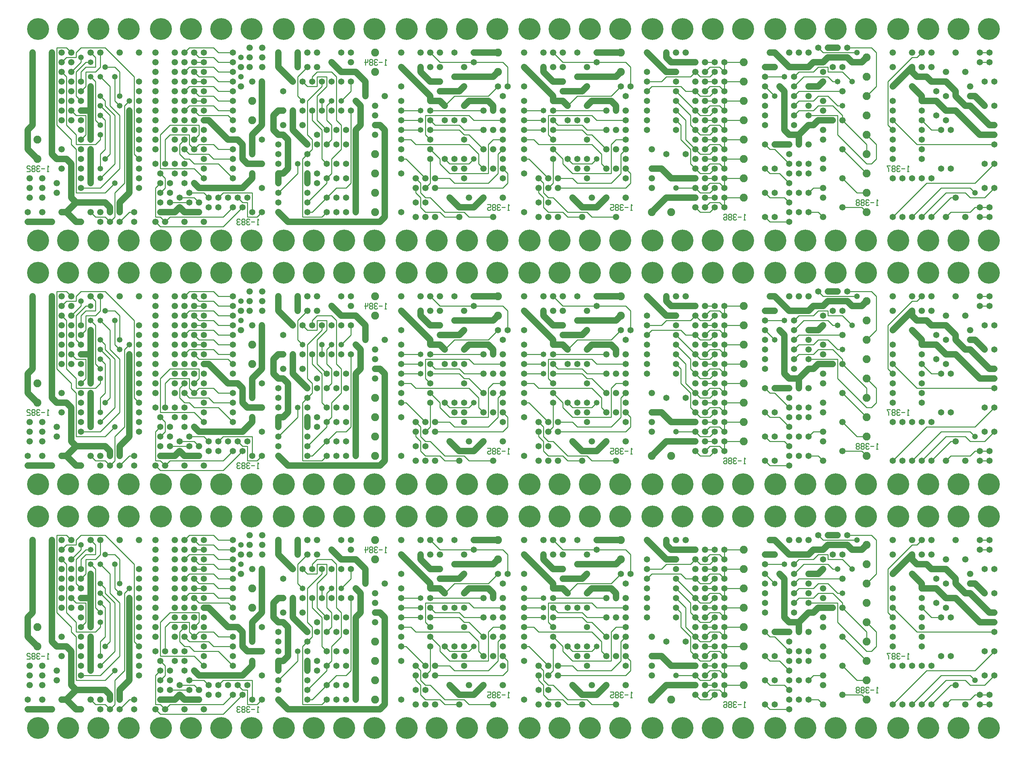
<source format=gbl>
%MOIN*%
%FSLAX25Y25*%
G04 D10 used for Character Trace; *
G04     Circle (OD=.01000) (No hole)*
G04 D11 used for Power Trace; *
G04     Circle (OD=.06700) (No hole)*
G04 D12 used for Signal Trace; *
G04     Circle (OD=.01100) (No hole)*
G04 D13 used for Via; *
G04     Circle (OD=.05800) (Round. Hole ID=.02800)*
G04 D14 used for Component hole; *
G04     Circle (OD=.06500) (Round. Hole ID=.03500)*
G04 D15 used for Component hole; *
G04     Circle (OD=.06600) (Round. Hole ID=.04200)*
G04 D16 used for Component hole; *
G04     Circle (OD=.08200) (Round. Hole ID=.05200)*
G04 D17 used for Component hole; *
G04     Circle (OD=.09000) (Round. Hole ID=.06000)*
G04 D18 used for Component hole; *
G04     Circle (OD=.11600) (Round. Hole ID=.08600)*
G04 D19 used for Component hole; *
G04     Circle (OD=.15500) (Round. Hole ID=.12500)*
G04 D20 used for Component hole; *
G04     Circle (OD=.18200) (Round. Hole ID=.15200)*
G04 D21 used for Component hole; *
G04     Circle (OD=.22600) (Round. Hole ID=.19600)*
%ADD10C,.01000*%
%ADD11C,.06700*%
%ADD12C,.01100*%
%ADD13C,.05800*%
%ADD14C,.06500*%
%ADD15C,.06600*%
%ADD16C,.08200*%
%ADD17C,.09000*%
%ADD18C,.11600*%
%ADD19C,.15500*%
%ADD20C,.18200*%
%ADD21C,.22600*%
%IPPOS*%
%LPD*%
G90*X0Y0D02*D21*X15625Y15625D03*D15*              
X30000Y35000D03*D11*X5000D01*D14*D03*Y45000D03*   
D15*X20000D03*Y60000D03*X7000D03*X35000Y65000D03* 
X20000Y70000D03*X7000D03*X40000Y45000D03*D11*     
X45000D01*X55000Y35000D01*X60000D01*D14*D03*D15*  
X70000Y45000D03*D12*X75000Y40000D01*X85000D01*    
X90000Y35000D01*D14*D03*D12*X95000Y40000D01*      
Y65000D01*X105000Y75000D01*Y155000D01*            
X110000Y160000D01*D13*D03*D14*X120000Y150000D03*  
Y170000D03*D13*X100000Y165000D03*D12*Y190000D01*  
X95000Y195000D01*X85000D01*D13*D03*D12*           
X75000Y190000D02*X80000Y195000D01*                
X65000Y190000D02*X75000D01*X65000Y175000D02*      
Y190000D01*X60000Y170000D02*X65000Y175000D01*D14* 
X60000Y170000D03*D12*Y160000D02*X55000Y165000D01* 
D14*X60000Y160000D03*D12*X55000Y165000D02*        
Y190000D01*X65000Y200000D01*X70000D01*D13*D03*D12*
X65000Y195000D02*X75000D01*X60000Y190000D02*      
X65000Y195000D01*X60000Y180000D02*Y190000D01*D14* 
Y180000D03*D15*X50000Y190000D03*D12*              
X60000Y200000D01*Y205000D01*D13*D03*D12*X55000D02*
Y210000D01*X45000Y205000D02*X55000D01*            
X40000Y200000D02*X45000Y205000D01*D15*            
X40000Y200000D03*X50000Y210000D03*D12*            
X45000Y215000D01*X35000D01*Y135000D01*            
X50000Y120000D01*Y115000D01*X55000Y110000D01*     
Y65000D01*X85000D01*X95000Y75000D01*D13*D03*      
X80000Y90000D03*D12*Y105000D01*X85000Y110000D01*  
Y140000D01*X80000Y145000D01*D13*D03*D12*          
Y135000D02*X75000Y140000D01*D13*X80000Y135000D03* 
D12*X75000Y140000D02*Y180000D01*X70000Y185000D01* 
D13*D03*D12*X80000Y195000D02*Y210000D01*D15*D03*  
D12*X115000Y185000D02*X85000Y215000D01*           
X115000Y105000D02*Y185000D01*X120000Y100000D02*   
X115000Y105000D01*D14*X120000Y100000D03*          
Y110000D03*Y90000D03*Y120000D03*Y80000D03*D12*    
X80000Y70000D02*X100000Y90000D01*X60000Y70000D02* 
X80000D01*D14*X60000D03*D11*X55000Y55000D02*      
X50000Y60000D01*X45000Y45000D02*X55000Y55000D01*  
X85000D01*X90000Y50000D01*Y45000D01*D14*D03*      
X100000Y35000D03*D12*X110000Y45000D01*X115000D01* 
D14*D03*Y35000D03*D11*X100000Y45000D02*Y55000D01* 
D14*Y45000D03*D11*Y55000D02*X110000Y65000D01*     
Y150000D01*D13*D03*D14*X120000Y140000D03*         
Y160000D03*D13*X100000Y155000D03*D12*             
X95000Y160000D01*Y185000D01*D13*D03*D12*          
X90000Y155000D02*Y175000D01*X100000Y145000D02*    
X90000Y155000D01*X100000Y90000D02*Y145000D01*     
X80000Y80000D02*X95000Y95000D01*D13*              
X80000Y80000D03*X70000Y75000D03*D11*Y110000D01*   
D13*D03*D12*X55000Y115000D02*X75000D01*X55000D02* 
Y125000D01*X45000Y135000D01*Y185000D01*           
X40000Y190000D01*D15*D03*X50000Y180000D03*        
Y200000D03*X30000D03*D11*Y190000D01*D15*D03*D11*  
Y180000D01*D15*D03*D11*Y170000D01*D15*D03*D11*    
Y160000D01*D15*D03*D11*Y150000D01*D15*D03*D11*    
Y140000D01*D15*D03*D11*Y105000D01*                
X35000Y100000D01*X45000D01*X50000Y95000D01*       
Y60000D01*D15*X35000Y75000D03*D14*X60000Y80000D03*
X80000Y35000D03*D15*X20000Y80000D03*              
X80000Y45000D03*D14*X60000Y90000D03*D15*X40000D03*
D13*X85000Y100000D03*D12*X90000Y105000D01*        
Y145000D01*X80000Y155000D01*D13*D03*D12*X85000D02*
Y160000D01*X95000Y145000D02*X85000Y155000D01*     
X95000Y95000D02*Y145000D01*X75000Y115000D02*      
X80000Y120000D01*Y125000D01*D13*D03*              
X70000Y120000D03*D11*Y150000D01*X60000D01*D14*D03*
D12*X65000Y125000D02*Y145000D01*X60000Y120000D02* 
X65000Y125000D01*D14*X60000Y120000D03*Y130000D03* 
Y110000D03*D15*X40000Y140000D03*D14*X60000D03*    
Y100000D03*D15*X50000Y140000D03*X40000Y110000D03* 
D12*X55000Y145000D02*X65000D01*X55000D02*         
X50000Y150000D01*D15*D03*X40000Y160000D03*        
X50000D03*X40000Y150000D03*D11*X70000D02*         
Y175000D01*D13*D03*X80000Y165000D03*D12*          
X85000Y160000D01*X90000Y175000D02*                
X80000Y185000D01*D13*D03*D12*X75000Y195000D02*    
Y205000D01*X70000Y210000D01*D15*D03*D12*X55000D02*
X60000Y215000D01*X85000D01*D15*X100000Y210000D03* 
D21*X78125Y234375D03*X109375D03*D14*              
X120000Y180000D03*D15*Y210000D03*D21*             
X46875Y234375D03*D15*X40000Y170000D03*X50000D03*  
X40000Y210000D03*Y180000D03*X30000Y210000D03*D11* 
Y200000D01*D15*X10000Y180000D03*D11*Y170000D01*   
D15*D03*D11*Y160000D01*D15*D03*D11*Y150000D01*D15*
D03*D11*Y140000D01*D15*D03*D11*Y135000D01*        
X5000Y130000D01*Y110000D01*X15000Y100000D01*D16*  
D03*D10*X26674Y91914D02*X25837Y92871D01*Y87129D01*
X26674D02*X25000D01*X22511Y90000D02*X19163D01*    
X17511Y91914D02*X16674Y92871D01*X15000D01*        
X14163Y91914D01*Y90957D01*X15000Y90000D01*        
X16674D01*X15000D02*X14163Y89043D01*Y88086D01*    
X15000Y87129D01*X16674D01*X17511Y88086D01*        
X11674Y90000D02*X12511Y90957D01*Y91914D01*        
X11674Y92871D01*X10000D01*X9163Y91914D01*         
Y90957D01*X10000Y90000D01*X11674D01*              
X12511Y89043D01*Y88086D01*X11674Y87129D01*        
X10000D01*X9163Y88086D01*Y89043D01*               
X10000Y90000D01*X7511Y91914D02*X6674Y92871D01*    
X5000D01*X4163Y91914D01*Y90957D01*X5000Y90000D01* 
X6674D01*X7511Y89043D01*Y87129D01*X4163D01*D15*   
X7000Y80000D03*D16*X15000Y120000D03*D11*          
X10000Y180000D02*Y190000D01*D15*D03*D11*          
Y200000D01*D15*D03*D11*Y210000D01*D15*D03*D21*    
X15625Y234375D03*D14*X120000Y130000D03*Y70000D03* 
D21*X46875Y15625D03*X78125D03*X109375D03*G90*     
X2000Y0D02*D15*X137000Y35000D03*D12*              
X142000Y30000D01*X207000D01*X227000Y50000D01*D14* 
D03*D12*X232000Y40000D02*Y55000D01*Y40000D02*     
X242000D01*X247000Y45000D01*D14*D03*X237000D03*   
D12*Y65000D01*X207000D01*X202000Y60000D01*D14*D03*
X192000Y70000D03*D11*X182000D01*X177000Y75000D01* 
D14*D03*D12*X192000Y60000D02*X187000Y65000D01*D14*
X192000Y60000D03*D12*X172000Y65000D02*X187000D01* 
D14*X172000D03*D12*X182000Y55000D02*              
X177000Y60000D01*D15*X182000Y55000D03*D12*        
X162000Y60000D02*X177000D01*D14*X162000D03*       
X172000Y55000D03*D12*X152000D01*D14*D03*          
X142000Y65000D03*D12*X147000Y70000D01*Y80000D01*  
X142000Y85000D01*D14*D03*D12*Y90000D02*X177000D01*
X187000Y80000D01*D14*D03*Y90000D03*D11*           
X192000Y70000D02*X202000D01*D14*D03*D11*          
X227000D01*D14*D03*D11*X237000Y80000D01*Y85000D01*
D15*D03*X247000Y95000D03*D11*X232000D01*          
X227000Y100000D01*Y115000D01*X222000Y120000D01*   
X217000D01*D14*D03*D11*X212000D01*                
X192000Y140000D01*X187000D01*D14*D03*D12*         
X182000Y145000D02*X212000D01*X217000Y140000D01*   
D14*D03*Y150000D03*D12*X202000D01*                
X197000Y155000D01*X172000D01*X167000Y150000D01*   
D15*D03*X177000Y140000D03*Y160000D03*D12*         
X187000D01*D14*D03*D12*X182000Y165000D02*         
X197000D01*X202000Y160000D01*X217000D01*D14*D03*  
Y170000D03*D12*X202000D01*X197000Y175000D01*      
X172000D01*X167000Y170000D01*D15*D03*             
X177000Y180000D03*D12*X187000D01*D14*D03*D12*     
X182000Y185000D02*X197000D01*X202000Y180000D01*   
X217000D01*D14*D03*D15*X225500Y175000D03*D14*     
X217000Y190000D03*D12*X202000D01*                 
X197000Y195000D01*X172000D01*X167000Y190000D01*   
D15*D03*X177000Y200000D03*D12*X187000D01*D14*D03* 
D12*X182000Y205000D02*X197000D01*                 
X202000Y200000D01*X217000D01*D14*D03*D15*         
X225500Y195000D03*D14*X217000Y210000D03*D12*      
X202000D01*X197000Y215000D01*X172000D01*          
X167000Y210000D01*D15*D03*X157000Y200000D03*      
X177000Y210000D03*D12*X182000Y205000D01*D14*      
X187000Y210000D03*D15*X177000Y190000D03*D12*      
X182000Y185000D01*D14*X187000Y190000D03*D15*      
X167000Y200000D03*X177000Y170000D03*D12*          
X182000Y165000D01*D14*X187000Y170000D03*D15*      
X167000Y180000D03*X177000Y150000D03*D12*          
X182000Y145000D01*D14*X187000Y150000D03*D12*      
X182000Y125000D02*Y135000D01*X177000Y120000D02*   
X182000Y125000D01*D15*X177000Y120000D03*D12*      
Y110000D02*X182000Y115000D01*D15*                 
X177000Y110000D03*D12*X172000Y115000D01*          
Y125000D01*X152000D01*X147000Y120000D01*Y95000D01*
D14*D03*D12*X142000Y90000D02*Y125000D01*          
X152000Y135000D01*X182000D01*D14*                 
X187000Y130000D03*D15*X177000D03*                 
X167000Y120000D03*D12*X162000Y115000D01*          
Y105000D01*X167000Y100000D01*X172000D01*          
X177000Y95000D01*X202000D01*X217000Y80000D01*D14* 
D03*Y90000D03*D12*X197000Y100000D02*X217000D01*   
D14*D03*Y110000D03*D12*X202000D01*                
X197000Y115000D01*X182000D01*D14*                 
X187000Y110000D03*Y120000D03*D12*                 
X197000Y100000D02*X192000Y105000D01*X172000D01*   
X167000Y110000D01*D15*D03*X157000Y120000D03*      
Y110000D03*D14*Y95000D03*X167000D03*              
X187000Y100000D03*D15*X167000Y130000D03*          
X157000D03*D14*Y85000D03*X167000D03*D15*          
X137000Y140000D03*Y130000D03*Y120000D03*          
X167000Y140000D03*X137000Y110000D03*              
X157000Y140000D03*D14*X137000Y95000D03*           
X142000Y75000D03*D12*X137000Y70000D01*Y40000D01*  
X142000D01*X147000Y35000D01*D15*D03*D12*          
X152000Y40000D01*X207000D01*X217000Y50000D01*D14* 
D03*X222000Y60000D03*D12*X227000Y55000D01*        
X232000D01*D14*Y60000D03*X247000Y70000D03*D10*    
X243674Y36914D02*X242837Y37871D01*Y32129D01*      
X243674D02*X242000D01*X239511Y35000D02*X236163D01*
X234511Y36914D02*X233674Y37871D01*X232000D01*     
X231163Y36914D01*Y35957D01*X232000Y35000D01*      
X233674D01*X232000D02*X231163Y34043D01*Y33086D01* 
X232000Y32129D01*X233674D01*X234511Y33086D01*     
X228674Y35000D02*X229511Y35957D01*Y36914D01*      
X228674Y37871D01*X227000D01*X226163Y36914D01*     
Y35957D01*X227000Y35000D01*X228674D01*            
X229511Y34043D01*Y33086D01*X228674Y32129D01*      
X227000D01*X226163Y33086D01*Y34043D01*            
X227000Y35000D01*X224511Y36914D02*                
X223674Y37871D01*X222000D01*X221163Y36914D01*     
Y35957D01*X222000Y35000D01*X223674D01*X222000D02* 
X221163Y34043D01*Y33086D01*X222000Y32129D01*      
X223674D01*X224511Y33086D01*D14*X212000Y60000D03* 
X202000Y50000D03*D21*X205125Y15625D03*D14*        
X192000Y50000D03*D21*X236375Y15625D03*D15*        
X187000Y35000D03*X237000Y105000D03*D11*Y120000D01*
D14*D03*D11*Y125000D01*X247000Y135000D01*         
Y180000D01*D15*D03*X237000D03*X247500Y195000D03*  
X234500D03*D16*X237000Y160000D03*D13*             
X225500Y185000D03*D15*X247500Y205000D03*          
X234500D03*D13*X225500D03*D15*X247500Y215000D03*  
X234500D03*D16*X237000Y140000D03*D14*             
X217000Y130000D03*D21*X236375Y234375D03*          
X205125D03*D14*X247000Y120000D03*D21*             
X173875Y234375D03*D15*X167000Y160000D03*          
X157000Y210000D03*Y190000D03*Y180000D03*          
Y170000D03*Y160000D03*Y150000D03*D14*             
X152000Y75000D03*X167000D03*D21*X142625Y234375D03*
D15*X137000Y210000D03*Y200000D03*Y190000D03*      
Y180000D03*Y170000D03*Y160000D03*Y150000D03*D14*  
X152000Y65000D03*X142000Y55000D03*                
X162000Y50000D03*D11*X157000Y45000D01*X152000D01* 
D14*D03*D11*X142000D01*D14*D03*D11*X167000D02*    
X162000Y50000D01*X167000Y45000D02*X182000D01*D15* 
D03*X167000Y35000D03*D21*X173875Y15625D03*        
X142625D03*G90*X4000Y0D02*D11*X264000Y125000D02*  
X259000Y130000D01*X264000Y125000D02*X269000D01*   
X274000Y120000D01*Y90000D01*X269000Y85000D01*     
X264000D01*D14*D03*D11*Y75000D01*D14*D03*         
Y65000D03*D12*X284000Y85000D01*Y95000D01*D13*D03* 
D12*X289000Y40000D02*Y100000D01*Y40000D02*        
X309000D01*X314000Y45000D01*D14*D03*X324000D03*   
Y60000D03*X314000D03*D12*X299000Y45000D01*        
X294000D01*D14*D03*Y55000D03*D12*X314000Y75000D01*
Y80000D01*D14*D03*D12*X319000Y85000D01*Y100000D01*
X329000Y110000D01*Y135000D01*X324000Y140000D01*   
Y185000D01*X319000Y190000D01*X304000D01*          
X299000Y185000D01*Y180000D01*D14*D03*D12*         
X294000Y175000D02*X304000D01*X294000D02*          
X289000Y180000D01*D14*D03*D12*X284000Y165000D02*  
Y185000D01*X289000Y160000D02*X284000Y165000D01*   
D13*X289000Y160000D03*D12*X294000Y125000D02*      
Y160000D01*X299000Y120000D02*X294000Y125000D01*   
X299000Y110000D02*Y120000D01*X294000Y105000D02*   
X299000Y110000D01*D14*X294000Y105000D03*D12*      
X289000Y100000D01*D14*X294000Y95000D03*           
X304000Y85000D03*Y115000D03*X294000D03*D11*       
X279000Y130000D01*Y135000D01*D15*D03*D11*         
Y150000D01*D14*D03*X289000D03*X269000D03*D11*     
X264000D01*X259000Y145000D01*Y130000D01*D15*      
X269000Y135000D03*D14*X264000Y115000D03*          
Y105000D03*D15*X289000Y135000D03*D14*             
X264000Y95000D03*D12*X294000Y160000D02*           
X309000Y175000D01*Y180000D01*D14*D03*D12*         
X304000Y165000D02*X314000Y175000D01*              
X304000Y140000D02*Y165000D01*X314000Y130000D02*   
X304000Y140000D01*D14*X314000Y130000D03*D12*      
X319000Y120000D02*Y135000D01*X314000Y115000D02*   
X319000Y120000D01*D14*X314000Y115000D03*          
X304000Y125000D03*X324000Y115000D03*Y130000D03*   
D12*X314000Y95000D02*X309000Y100000D01*D14*       
X314000Y95000D03*D12*X309000Y100000D02*Y130000D01*
X299000Y140000D01*Y150000D01*D14*D03*D13*         
X309000Y160000D03*D12*Y150000D01*D14*D03*D12*     
X314000Y140000D02*Y155000D01*X319000Y135000D02*   
X314000Y140000D01*D14*X329000Y150000D03*          
X334000Y130000D03*X319000Y150000D03*D12*          
X314000Y155000D02*X319000Y160000D01*D13*D03*      
X329000D03*D12*X339000Y170000D01*Y180000D01*D14*  
D03*D11*X329000Y190000D02*X344000D01*             
X354000Y180000D01*Y165000D01*D15*D03*             
X364000Y155000D03*D11*X349000Y135000D02*          
Y155000D01*X344000Y130000D02*X349000Y135000D01*   
D14*X344000Y130000D03*D11*Y115000D01*D14*D03*D11* 
Y95000D01*D14*D03*D11*Y80000D01*D14*D03*D11*      
Y60000D01*D14*D03*D11*Y45000D01*D14*D03*          
X334000D03*Y60000D03*D16*X364000Y65000D03*        
Y45000D03*D11*X274000Y35000D02*X369000D01*        
X274000D02*X264000Y45000D01*D14*D03*Y55000D03*    
X294000Y75000D03*D11*Y85000D01*D14*D03*           
X304000Y75000D03*X294000Y65000D03*D12*            
X314000Y60000D02*X324000Y70000D01*X334000D01*     
X339000Y75000D01*Y150000D01*D14*D03*D13*          
X344000Y160000D03*D11*X349000Y155000D01*D15*      
X364000Y145000D03*D11*X374000Y130000D02*          
X369000Y135000D01*X374000Y40000D02*Y130000D01*    
X369000Y35000D02*X374000Y40000D01*D21*            
X363375Y15625D03*X332125D03*D14*X324000Y80000D03* 
X334000D03*D16*X364000Y85000D03*D14*              
X334000Y95000D03*X324000D03*D16*X364000Y105000D03*
D21*X300875Y15625D03*D14*X334000Y115000D03*D15*   
X364000Y125000D03*D11*Y135000D02*X369000D01*D15*  
X364000D03*X374000Y165000D03*D14*                 
X319000Y180000D03*X329000D03*D12*                 
X314000Y175000D02*Y185000D01*X304000Y175000D02*   
Y185000D01*X314000D01*D15*X294000Y195000D03*D12*  
X284000Y185000D01*D14*X279000Y180000D03*D11*      
X264000Y195000D01*D15*D03*D11*Y210000D01*D15*D03* 
X284000Y195000D03*D11*Y210000D01*D15*D03*         
X294000D03*X304000Y195000D03*Y210000D03*D21*      
X300875Y234375D03*X269625D03*D15*                 
X319000Y200000D03*D11*X329000Y190000D01*D15*      
X339000Y200000D03*D14*Y210000D03*X329000D03*D10*  
X375674Y201914D02*X374837Y202871D01*Y197129D01*   
X375674D02*X374000D01*X371511Y200000D02*          
X368163D01*X366511Y201914D02*X365674Y202871D01*   
X364000D01*X363163Y201914D01*Y200957D01*          
X364000Y200000D01*X365674D01*X364000D02*          
X363163Y199043D01*Y198086D01*X364000Y197129D01*   
X365674D01*X366511Y198086D01*X360674Y200000D02*   
X361511Y200957D01*Y201914D01*X360674Y202871D01*   
X359000D01*X358163Y201914D01*Y200957D01*          
X359000Y200000D01*X360674D01*X361511Y199043D01*   
Y198086D01*X360674Y197129D01*X359000D01*          
X358163Y198086D01*Y199043D01*X359000Y200000D01*   
X354000Y202871D02*Y197129D01*X356511Y202871D02*   
Y200000D01*X353163D01*D16*X364000Y190000D03*      
Y210000D03*D21*X363375Y234375D03*X332125D03*D14*  
X269000Y170000D03*D21*X269625Y15625D03*G90*       
X1000Y0D02*D14*X391000Y45000D03*Y85000D03*        
Y100000D03*D12*X396000D01*X416000Y80000D01*D15*   
D03*D12*Y70000D02*X421000Y75000D01*D15*           
X416000Y70000D03*D12*X421000Y75000D02*Y100000D01* 
D14*D03*D12*X441000Y85000D02*X431000Y95000D01*    
X441000Y85000D02*X481000D01*Y115000D01*           
X486000Y120000D01*X496000D01*D14*D03*D15*         
X486000Y130000D03*Y110000D03*X496000Y130000D03*   
Y110000D03*D12*X491000Y105000D01*Y85000D01*       
X481000Y75000D01*X446000D01*X441000Y80000D01*     
X426000D01*D15*D03*Y70000D03*D12*X496000D01*      
X501000Y75000D01*Y85000D01*X496000Y90000D01*D15*  
D03*D14*Y100000D03*D15*X486000Y90000D03*D14*      
X496000Y80000D03*D15*X476000Y110000D03*D12*       
X461000Y125000D01*X456000D01*X451000Y130000D01*   
X421000D01*D14*D03*D12*X426000Y135000D02*         
X451000D01*X456000Y130000D01*X476000D01*D15*D03*  
D12*X466000Y140000D02*X496000D01*D14*D03*D15*     
X486000Y150000D03*D11*Y155000D01*                 
X481000Y160000D01*X466000D01*D14*D03*D11*         
X461000D01*X456000Y155000D01*D14*D03*D12*         
X436000D02*X446000Y165000D01*D14*                 
X436000Y155000D03*D11*X431000Y160000D01*          
X421000D01*D14*D03*D11*Y165000D01*                
X411000Y175000D01*D14*D03*D11*X391000Y195000D01*  
D15*D03*Y210000D03*D11*X421000Y180000D02*         
X411000Y190000D01*X421000Y180000D02*X431000D01*   
D15*D03*Y170000D03*D11*X451000D01*                
X456000Y175000D01*D15*D03*X446000Y185000D03*D11*  
X486000D01*X491000Y190000D01*D16*D03*D12*         
X501000Y195000D02*X496000Y200000D01*              
X501000Y175000D02*Y195000D01*D14*Y175000D03*      
X496000Y165000D03*X491000Y175000D03*D12*          
X481000Y165000D01*X446000D01*X466000Y140000D02*   
X461000Y145000D01*X416000D01*Y125000D01*          
X421000Y120000D01*D14*D03*D13*X411000Y130000D03*  
D12*X391000D01*D14*D03*D12*X406000Y115000D02*     
X401000Y120000D01*X406000Y115000D02*X461000D01*   
X471000Y105000D01*Y95000D01*X476000Y90000D01*D15* 
D03*D13*X466000Y100000D03*D12*X461000Y95000D01*   
X441000D01*X436000Y100000D01*D14*D03*D12*         
X431000Y95000D02*Y100000D01*X421000Y110000D01*D14*
D03*D12*X391000Y120000D02*X401000D01*D14*         
X391000D03*Y110000D03*D13*X411000Y140000D03*D12*  
X391000D01*D14*D03*Y150000D03*D12*X411000D01*D13* 
D03*D14*X421000Y140000D03*D12*X426000Y135000D01*  
D14*X436000Y140000D03*X421000Y150000D03*D12*      
X476000D01*D15*D03*X496000D03*D14*                
X456000Y140000D03*Y120000D03*X446000Y140000D03*   
D15*X431000Y195000D03*X456000D03*D14*             
X446000Y100000D03*D12*X466000Y200000D02*          
X496000D01*D14*X466000D03*D12*X431000D01*         
X421000Y210000D01*D15*D03*X431000D03*X411000D03*  
Y195000D03*D11*Y190000D01*D15*X421000Y195000D03*  
D14*X391000Y175000D03*Y160000D03*                 
X446000Y210000D03*D21*X427875Y234375D03*          
X396625D03*X459125D03*D14*X466000Y210000D03*D11*  
X491000D01*D16*D03*D21*X490375Y234375D03*D14*     
X456000Y100000D03*D15*X446000Y90000D03*X456000D03*
X406000Y80000D03*D12*X411000Y75000D01*Y65000D01*  
X416000Y60000D01*X421000D01*X436000Y45000D01*     
X456000D01*X461000Y40000D01*X486000D01*D15*D03*   
D10*X502674Y51914D02*X501837Y52871D01*Y47129D01*  
X502674D02*X501000D01*X498511Y50000D02*X495163D01*
X493511Y51914D02*X492674Y52871D01*X491000D01*     
X490163Y51914D01*Y50957D01*X491000Y50000D01*      
X492674D01*X491000D02*X490163Y49043D01*Y48086D01* 
X491000Y47129D01*X492674D01*X493511Y48086D01*     
X487674Y50000D02*X488511Y50957D01*Y51914D01*      
X487674Y52871D01*X486000D01*X485163Y51914D01*     
Y50957D01*X486000Y50000D01*X487674D01*            
X488511Y49043D01*Y48086D01*X487674Y47129D01*      
X486000D01*X485163Y48086D01*Y49043D01*            
X486000Y50000D01*X480163Y52871D02*X483511D01*     
Y50000D01*X481000D01*X480163Y49043D01*Y48086D01*  
X481000Y47129D01*X482674D01*X483511Y48086D01*D15* 
X496000Y60000D03*D11*X451000Y50000D02*X466000D01* 
X451000D02*X441000Y60000D01*D15*D03*D12*          
X436000Y40000D02*X431000Y45000D01*                
X436000Y40000D02*X451000D01*D15*D03*D11*          
X466000Y50000D02*X476000Y60000D01*D15*D03*        
X461000D03*D14*X456000Y80000D03*D21*              
X459125Y15625D03*D12*X416000Y45000D02*X431000D01* 
X416000D02*X411000Y50000D01*Y60000D01*            
X406000Y65000D01*Y70000D01*D15*D03*D14*Y55000D03* 
X416000D03*D15*X406000Y40000D03*X416000D03*       
X426000D03*D21*X396625Y15625D03*X427875D03*       
X490375D03*G90*X3000Y0D02*D14*X518000Y45000D03*   
Y85000D03*Y100000D03*D12*X523000D01*              
X543000Y80000D01*D15*D03*D12*Y70000D02*           
X548000Y75000D01*D15*X543000Y70000D03*D12*        
X548000Y75000D02*Y100000D01*D14*D03*D12*          
X568000Y85000D02*X558000Y95000D01*                
X568000Y85000D02*X608000D01*Y115000D01*           
X613000Y120000D01*X623000D01*D14*D03*D15*         
X613000Y130000D03*Y110000D03*X623000Y130000D03*   
Y110000D03*D12*X618000Y105000D01*Y85000D01*       
X608000Y75000D01*X573000D01*X568000Y80000D01*     
X553000D01*D15*D03*Y70000D03*D12*X623000D01*      
X628000Y75000D01*Y85000D01*X623000Y90000D01*D15*  
D03*D14*Y100000D03*D15*X613000Y90000D03*D14*      
X623000Y80000D03*D15*X603000Y110000D03*D12*       
X588000Y125000D01*X583000D01*X578000Y130000D01*   
X548000D01*D14*D03*D12*X553000Y135000D02*         
X578000D01*X583000Y130000D01*X603000D01*D15*D03*  
D12*X593000Y140000D02*X623000D01*D14*D03*D15*     
X613000Y150000D03*D11*Y155000D01*                 
X608000Y160000D01*X593000D01*D14*D03*D11*         
X588000D01*X583000Y155000D01*D14*D03*D12*         
X563000D02*X573000Y165000D01*D14*                 
X563000Y155000D03*D11*X558000Y160000D01*          
X548000D01*D14*D03*D11*Y165000D01*                
X538000Y175000D01*D14*D03*D11*X518000Y195000D01*  
D15*D03*Y210000D03*D11*X548000Y180000D02*         
X538000Y190000D01*X548000Y180000D02*X558000D01*   
D15*D03*Y170000D03*D11*X578000D01*                
X583000Y175000D01*D15*D03*X573000Y185000D03*D11*  
X613000D01*X618000Y190000D01*D16*D03*D12*         
X628000Y195000D02*X623000Y200000D01*              
X628000Y175000D02*Y195000D01*D14*Y175000D03*      
X623000Y165000D03*X618000Y175000D03*D12*          
X608000Y165000D01*X573000D01*X593000Y140000D02*   
X588000Y145000D01*X543000D01*Y125000D01*          
X548000Y120000D01*D14*D03*D13*X538000Y130000D03*  
D12*X518000D01*D14*D03*D12*X533000Y115000D02*     
X528000Y120000D01*X533000Y115000D02*X588000D01*   
X598000Y105000D01*Y95000D01*X603000Y90000D01*D15* 
D03*D13*X593000Y100000D03*D12*X588000Y95000D01*   
X568000D01*X563000Y100000D01*D14*D03*D12*         
X558000Y95000D02*Y100000D01*X548000Y110000D01*D14*
D03*D12*X518000Y120000D02*X528000D01*D14*         
X518000D03*Y110000D03*D13*X538000Y140000D03*D12*  
X518000D01*D14*D03*Y150000D03*D12*X538000D01*D13* 
D03*D14*X548000Y140000D03*D12*X553000Y135000D01*  
D14*X563000Y140000D03*X548000Y150000D03*D12*      
X603000D01*D15*D03*X623000D03*D14*                
X583000Y140000D03*Y120000D03*X573000Y140000D03*   
D15*X558000Y195000D03*X583000D03*D14*             
X573000Y100000D03*D12*X593000Y200000D02*          
X623000D01*D14*X593000D03*D12*X558000D01*         
X548000Y210000D01*D15*D03*X558000D03*X538000D03*  
Y195000D03*D11*Y190000D01*D15*X548000Y195000D03*  
D14*X518000Y175000D03*Y160000D03*                 
X573000Y210000D03*D21*X554875Y234375D03*          
X523625D03*X586125D03*D14*X593000Y210000D03*D11*  
X618000D01*D16*D03*D21*X617375Y234375D03*D14*     
X583000Y100000D03*D15*X573000Y90000D03*X583000D03*
X533000Y80000D03*D12*X538000Y75000D01*Y65000D01*  
X543000Y60000D01*X548000D01*X563000Y45000D01*     
X583000D01*X588000Y40000D01*X613000D01*D15*D03*   
D10*X629674Y51914D02*X628837Y52871D01*Y47129D01*  
X629674D02*X628000D01*X625511Y50000D02*X622163D01*
X620511Y51914D02*X619674Y52871D01*X618000D01*     
X617163Y51914D01*Y50957D01*X618000Y50000D01*      
X619674D01*X618000D02*X617163Y49043D01*Y48086D01* 
X618000Y47129D01*X619674D01*X620511Y48086D01*     
X614674Y50000D02*X615511Y50957D01*Y51914D01*      
X614674Y52871D01*X613000D01*X612163Y51914D01*     
Y50957D01*X613000Y50000D01*X614674D01*            
X615511Y49043D01*Y48086D01*X614674Y47129D01*      
X613000D01*X612163Y48086D01*Y49043D01*            
X613000Y50000D01*X607163Y52871D02*X610511D01*     
Y50000D01*X608000D01*X607163Y49043D01*Y48086D01*  
X608000Y47129D01*X609674D01*X610511Y48086D01*D15* 
X623000Y60000D03*D11*X578000Y50000D02*X593000D01* 
X578000D02*X568000Y60000D01*D15*D03*D12*          
X563000Y40000D02*X558000Y45000D01*                
X563000Y40000D02*X578000D01*D15*D03*D11*          
X593000Y50000D02*X603000Y60000D01*D15*D03*        
X588000D03*D14*X583000Y80000D03*D21*              
X586125Y15625D03*D12*X543000Y45000D02*X558000D01* 
X543000D02*X538000Y50000D01*Y60000D01*            
X533000Y65000D01*Y70000D01*D15*D03*D14*Y55000D03* 
X543000D03*D15*X533000Y40000D03*X543000D03*       
X553000D03*D21*X523625Y15625D03*X554875D03*       
X617375D03*G90*X0Y0D02*D14*X645000Y130000D03*     
Y140000D03*Y150000D03*Y160000D03*Y170000D03*D12*  
X650000Y175000D01*X680000D01*X685000Y170000D01*   
X695000D01*D15*D03*D12*X700000Y165000D01*         
X710000D01*X715000Y170000D01*D14*D03*D12*         
X725000D02*X720000Y175000D01*D14*                 
X725000Y170000D03*D12*Y180000D01*D14*D03*D12*     
X745000D01*D16*D03*D14*X725000Y200000D03*D12*     
Y190000D01*D14*D03*D12*X720000Y195000D01*         
X710000D01*X705000Y190000D01*D15*D03*D12*         
X700000Y185000D02*X710000D01*X700000D02*          
X695000Y190000D01*D15*D03*D12*X690000Y185000D01*  
X665000D01*X660000Y180000D01*X645000D01*D14*D03*  
Y190000D03*D11*X665000D02*X675000D01*D14*D03*D11* 
X665000D02*X645000Y210000D01*D15*D03*D11*         
X670000Y200000D02*X665000Y205000D01*              
X670000Y200000D02*X695000D01*D15*D03*             
X685000Y210000D03*X705000Y200000D03*D12*          
X715000D01*D14*D03*D12*X725000D02*X745000D01*D16* 
D03*D12*X710000Y175000D02*X720000D01*             
X705000Y170000D02*X710000Y175000D01*D15*          
X705000Y170000D03*D14*X715000Y160000D03*D12*      
X705000D01*D15*D03*D12*Y150000D02*                
X710000Y155000D01*D15*X705000Y150000D03*D12*      
X700000Y145000D02*X710000D01*X700000D02*          
X695000Y150000D01*D15*D03*D12*X675000Y170000D01*  
D14*D03*Y180000D03*Y160000D03*D12*                
X690000Y145000D01*Y135000D01*X695000Y130000D01*   
D15*D03*D12*X700000Y125000D01*X710000D01*         
X715000Y130000D01*D14*D03*D12*X725000D02*         
X720000Y135000D01*D14*X725000Y130000D03*D12*      
Y140000D01*D14*D03*D12*X745000D01*D16*D03*D14*    
X725000Y160000D03*D12*Y150000D01*D14*D03*D12*     
X720000Y155000D01*X710000D01*D14*                 
X715000Y150000D03*D12*X710000Y145000D01*D14*      
X715000Y140000D03*D12*X705000D01*D15*D03*D12*     
Y130000D02*X710000Y135000D01*D15*                 
X705000Y130000D03*D12*X710000Y135000D02*          
X720000D01*D15*X705000Y120000D03*D12*X715000D01*  
D14*D03*D12*X725000Y110000D02*X720000Y115000D01*  
D14*X725000Y110000D03*D12*Y120000D01*D14*D03*D12* 
X745000D01*D16*D03*D14*X725000Y100000D03*D12*     
Y90000D01*D14*D03*D12*X720000Y95000D01*X710000D01*
X705000Y90000D01*D15*D03*D12*X700000Y85000D02*    
X710000D01*X700000D02*X695000Y90000D01*D15*D03*   
D12*X690000Y95000D01*Y110000D01*X680000Y120000D01*
Y135000D01*X675000Y140000D01*D14*D03*D12*         
X685000Y120000D02*Y140000D01*X695000Y110000D02*   
X685000Y120000D01*D15*X695000Y110000D03*D12*      
X700000Y105000D01*X710000D01*X715000Y110000D01*   
D14*D03*D12*X710000Y115000D02*X720000D01*         
X705000Y110000D02*X710000Y115000D01*D15*          
X705000Y110000D03*D14*X715000Y100000D03*D12*      
X705000D01*D15*D03*D14*X715000Y90000D03*D12*      
X710000Y85000D01*D14*X715000Y80000D03*D12*        
X705000D01*D15*D03*D12*Y70000D02*X710000Y75000D01*
D15*X705000Y70000D03*D12*X700000Y65000D02*        
X710000D01*X700000D02*X695000Y70000D01*D15*D03*   
D12*X675000D01*D13*D03*D11*X650000Y45000D02*      
X665000Y60000D01*D16*X650000Y45000D03*D11*        
X665000Y60000D02*X695000D01*D15*D03*              
X705000Y50000D03*D12*X710000Y55000D01*X720000D01* 
X725000Y50000D01*D14*D03*D12*Y60000D01*D14*D03*   
D12*X745000D01*D16*D03*D14*X725000Y80000D03*D12*  
Y70000D01*D14*D03*D12*X720000Y75000D01*X710000D01*
D14*X715000Y70000D03*D12*X710000Y65000D01*D14*    
X715000Y60000D03*D12*X705000D01*D15*D03*D14*      
X715000Y50000D03*D12*X710000Y45000D01*X700000D01* 
X695000Y50000D01*D15*D03*D16*X670000Y45000D03*D12*
X725000Y80000D02*X745000D01*D16*D03*D12*          
X725000Y100000D02*X745000D01*D16*D03*D15*         
X695000Y140000D03*Y120000D03*Y100000D03*Y80000D03*
D11*X670000D01*X660000Y90000D01*X650000D01*D15*   
D03*Y80000D03*D14*X665000Y105000D03*D15*          
X650000Y110000D03*Y70000D03*D14*X685000Y105000D03*
X675000Y130000D03*D12*X685000Y140000D02*          
X675000Y150000D01*D14*D03*D15*X695000Y160000D03*  
X705000Y180000D03*D12*X715000D01*D14*D03*D12*     
X710000Y185000D02*X715000Y190000D01*D14*D03*D15*  
X695000Y180000D03*D16*X745000Y160000D03*D12*      
X725000D01*D15*X675000Y210000D03*X665000D03*D11*  
Y205000D01*D21*X681875Y234375D03*X650625D03*      
X713125D03*X744375D03*D10*X746674Y41914D02*       
X745837Y42871D01*Y37129D01*X746674D02*X745000D01* 
X742511Y40000D02*X739163D01*X737511Y41914D02*     
X736674Y42871D01*X735000D01*X734163Y41914D01*     
Y40957D01*X735000Y40000D01*X736674D01*X735000D02* 
X734163Y39043D01*Y38086D01*X735000Y37129D01*      
X736674D01*X737511Y38086D01*X731674Y40000D02*     
X732511Y40957D01*Y41914D01*X731674Y42871D01*      
X730000D01*X729163Y41914D01*Y40957D01*            
X730000Y40000D01*X731674D01*X732511Y39043D01*     
Y38086D01*X731674Y37129D01*X730000D01*            
X729163Y38086D01*Y39043D01*X730000Y40000D01*      
X724163Y41914D02*X725000Y42871D01*X726674D01*     
X727511Y41914D01*Y38086D01*X726674Y37129D01*      
X725000D01*X724163Y38086D01*Y39043D01*            
X725000Y40000D01*X726674D01*X727511Y39043D01*D21* 
X650625Y15625D03*X681875D03*X713125D03*X744375D03*
G90*X2000Y0D02*D14*X767000Y40000D03*D12*          
X772000Y35000D01*X792000D01*D14*D03*              
X802000Y45000D03*X792000D03*X777000Y40000D03*D21* 
X777625Y15625D03*D14*X792000Y55000D03*D12*        
X787000Y60000D01*X772000D01*X767000Y65000D01*D14* 
D03*X777000D03*D12*X792000Y75000D02*              
X782000Y85000D01*D14*X792000Y75000D03*            
X802000Y65000D03*Y85000D03*D12*X772000D02*        
X782000D01*X772000D02*X767000Y90000D01*D14*D03*   
X777000D03*D12*X792000Y95000D02*X777000Y110000D01*
D14*X792000Y95000D03*X802000D03*X792000Y105000D03*
Y85000D03*D12*X772000Y110000D02*X777000D01*       
X772000D02*X767000Y115000D01*D14*D03*X777000D03*  
D11*X792000D01*D15*D03*D11*X802000D02*Y125000D01* 
D15*Y115000D03*D11*X792000Y125000D02*X802000D01*  
X812000Y135000D01*D14*D03*D11*X817000D01*         
X822000Y140000D01*X837000D01*D13*D03*D12*         
X842000Y125000D02*Y145000D01*X872000Y95000D02*    
X842000Y125000D01*X872000Y95000D02*X877000D01*    
X882000Y100000D01*Y115000D01*X872000Y125000D01*   
D16*D03*D12*Y105000D02*Y115000D01*D16*Y105000D03* 
D12*Y115000D02*X847000Y140000D01*D15*D03*D12*     
Y145000D01*X837000Y155000D01*X822000D01*          
X817000Y150000D01*X802000D01*X797000Y145000D01*   
D14*D03*Y155000D03*D12*X802000Y160000D01*         
X817000D01*X822000Y165000D01*X832000D01*          
X842000Y155000D01*X847000D01*D13*D03*D12*         
X812000Y145000D02*X842000D01*D14*X812000D03*D15*  
Y155000D03*X827000Y130000D03*Y160000D03*          
Y150000D03*D14*X797000Y135000D03*D11*             
X792000Y125000D02*X787000Y130000D01*Y170000D01*   
X782000Y175000D01*D13*D03*X787000Y185000D03*D12*  
X767000D01*D14*D03*D13*X777000Y195000D03*D11*     
X767000D01*D14*D03*D11*X792000D02*                
X777000Y210000D01*X792000Y195000D02*X797000D01*   
D14*D03*D11*X812000D01*D15*D03*D11*               
X817000Y200000D01*X827000D01*D14*D03*D11*         
X832000Y205000D01*X852000D01*X857000Y200000D01*   
X867000D01*X872000Y205000D01*D16*D03*D12*         
X882000Y210000D02*X877000Y215000D01*              
X882000Y175000D02*Y210000D01*X872000Y165000D02*   
X882000Y175000D01*D16*X872000Y165000D03*D13*      
X857000Y180000D03*D12*X847000Y190000D01*          
X832000D01*Y195000D01*X822000D01*                 
X817000Y190000D01*X802000D01*X797000Y185000D01*   
D14*D03*D12*Y175000D02*X807000Y185000D01*D14*     
X797000Y175000D03*D12*Y165000D02*                 
X802000Y170000D01*D14*X797000Y165000D03*D12*      
X802000Y170000D02*X847000D01*D15*D03*D12*         
X837000Y180000D02*X842000D01*D13*D03*D12*         
X837000D02*X832000Y185000D01*X807000D01*D15*      
X812000Y175000D03*D11*X822000D01*                 
X827000Y180000D01*D15*D03*D14*Y190000D03*D15*     
X812000Y165000D03*D14*X837000Y195000D03*          
X847000D03*D12*X827000Y210000D02*X862000D01*D13*  
D03*D14*X852000Y215000D03*D12*X877000D01*D21*     
X871375Y234375D03*D16*X872000Y185000D03*D21*      
X840125Y234375D03*D14*X842000Y215000D03*D11*      
X832000D01*D14*D03*D12*X827000Y210000D02*         
X822000Y215000D01*D14*D03*D15*X812000Y210000D03*  
X802000D03*D21*X808875Y234375D03*D15*             
X792000Y210000D03*D21*X777625Y234375D03*D11*      
X772000Y210000D02*X777000D01*D15*X772000D03*D14*  
X767000Y175000D03*D12*X777000Y165000D01*D13*D03*  
D14*X767000Y155000D03*Y165000D03*Y145000D03*      
Y135000D03*D15*X827000Y120000D03*                 
X812000Y115000D03*X827000Y100000D03*              
X847000Y110000D03*D12*X872000Y85000D01*D16*D03*   
D12*X862000Y65000D02*X872000D01*D16*D03*D10*      
X883674Y56914D02*X882837Y57871D01*Y52129D01*      
X883674D02*X882000D01*X879511Y55000D02*X876163D01*
X874511Y56914D02*X873674Y57871D01*X872000D01*     
X871163Y56914D01*Y55957D01*X872000Y55000D01*      
X873674D01*X872000D02*X871163Y54043D01*Y53086D01* 
X872000Y52129D01*X873674D01*X874511Y53086D01*     
X868674Y55000D02*X869511Y55957D01*Y56914D01*      
X868674Y57871D01*X867000D01*X866163Y56914D01*     
Y55957D01*X867000Y55000D01*X868674D01*            
X869511Y54043D01*Y53086D01*X868674Y52129D01*      
X867000D01*X866163Y53086D01*Y54043D01*            
X867000Y55000D01*X863674D02*X864511Y55957D01*     
Y56914D01*X863674Y57871D01*X862000D01*            
X861163Y56914D01*Y55957D01*X862000Y55000D01*      
X863674D01*X864511Y54043D01*Y53086D01*            
X863674Y52129D01*X862000D01*X861163Y53086D01*     
Y54043D01*X862000Y55000D01*D12*Y65000D02*         
X847000Y80000D01*D15*D03*X827000Y60000D03*        
Y90000D03*Y70000D03*D12*X817000D01*               
X812000Y65000D01*D14*D03*Y85000D03*               
X792000Y65000D03*X812000Y45000D03*D12*X822000D01* 
X827000Y40000D01*D15*D03*X847000Y50000D03*D12*    
X867000D01*X872000Y45000D01*D16*D03*D21*          
X840125Y15625D03*X871375D03*D14*X812000Y95000D03* 
D21*X808875Y15625D03*D16*X872000Y145000D03*G90*   
X4000Y0D02*D10*X915674Y91914D02*X914837Y92871D01* 
Y87129D01*X915674D02*X914000D01*X911511Y90000D02* 
X908163D01*X906511Y91914D02*X905674Y92871D01*     
X904000D01*X903163Y91914D01*Y90957D01*            
X904000Y90000D01*X905674D01*X904000D02*           
X903163Y89043D01*Y88086D01*X904000Y87129D01*      
X905674D01*X906511Y88086D01*X900674Y90000D02*     
X901511Y90957D01*Y91914D01*X900674Y92871D01*      
X899000D01*X898163Y91914D01*Y90957D01*            
X899000Y90000D01*X900674D01*X901511Y89043D01*     
Y88086D01*X900674Y87129D01*X899000D01*            
X898163Y88086D01*Y89043D01*X899000Y90000D01*      
X896511Y92871D02*X893163D01*X894837Y90000D01*     
Y87129D01*D12*X899000Y130000D02*X894000Y135000D01*
D14*X899000Y130000D03*D12*X894000Y135000D02*      
Y180000D01*X919000Y205000D01*X924000D01*          
X929000Y210000D01*D15*D03*X939000D03*X919000D03*  
Y195000D03*D11*X899000Y175000D01*D14*D03*         
Y160000D03*D11*X919000Y190000D02*Y195000D01*      
X924000Y185000D02*X919000Y190000D01*              
X924000Y185000D02*X934000D01*X939000Y180000D01*   
X954000D01*X964000Y170000D01*Y165000D01*          
X974000Y155000D01*X979000D01*D15*D03*D11*         
X999000Y135000D01*X1004000D01*D14*D03*Y125000D03* 
D11*X989000D01*X964000Y150000D01*X954000D01*D14*  
D03*D11*X944000Y160000D01*D14*D03*D11*X929000D01* 
D14*D03*D11*Y165000D01*X919000Y175000D01*D14*D03* 
D15*X939000Y195000D03*X899000D03*X929000D03*D14*  
X899000Y150000D03*X944000Y170000D03*              
X929000Y150000D03*X944000Y145000D03*              
X954000Y140000D03*X899000D03*D12*                 
X924000Y115000D01*X1004000D01*D14*D03*            
X994000Y95000D03*X1004000D03*D12*X984000Y75000D01*
X934000D01*X899000Y40000D01*D14*D03*X909000D03*   
X919000D03*D12*X949000Y70000D01*X979000D01*       
X984000Y65000D01*D13*D03*D12*X979000Y60000D02*    
X994000D01*X1004000Y70000D01*D14*D03*X994000D03*  
D12*X979000Y45000D02*X984000Y50000D01*            
X959000Y45000D02*X979000D01*X954000Y40000D02*     
X959000Y45000D01*D15*X954000Y40000D03*D14*        
X939000D03*D12*X959000Y60000D01*X964000D01*D15*   
D03*D12*X929000Y40000D02*X954000Y65000D01*D14*    
X929000Y40000D03*D12*X954000Y65000D02*X974000D01* 
X979000Y60000D01*D14*X989000Y50000D03*D12*        
X984000D01*X989000D02*X999000D01*D14*D03*         
X989000Y40000D03*D12*X999000D01*D14*D03*D15*      
X974000D03*D21*X998375Y15625D03*X967125D03*D14*   
X949000Y90000D03*X959000D03*X939000Y80000D03*D21* 
X935875Y15625D03*D14*X929000Y110000D03*Y100000D03*
Y80000D03*X919000D03*X929000Y120000D03*           
X909000Y80000D03*X959000Y130000D03*X949000D03*D12*
X939000D01*X929000Y140000D01*D14*D03*Y130000D03*  
X954000Y165000D03*X899000Y110000D03*Y120000D03*   
Y100000D03*D15*X974000Y190000D03*X954000D03*      
X979000Y165000D03*D11*X984000D01*                 
X994000Y155000D01*D14*D03*X1004000D03*D15*        
X979000Y175000D03*D14*X1004000Y180000D03*         
X994000D03*X999000Y200000D03*D12*X989000D01*D14*  
D03*X999000Y210000D03*D12*X989000D01*D14*D03*D21* 
X998375Y234375D03*D15*X964000Y210000D03*D21*      
X967125Y234375D03*X935875D03*X904625D03*D15*      
X899000Y210000D03*D14*Y80000D03*D21*              
X904625Y15625D03*G90*X0Y2000D02*X109375Y267625D03*
X78125D03*X46875D03*X15625D03*D14*                
X115000Y287000D03*X100000D03*D12*                 
X110000Y297000D01*X115000D01*D14*D03*D11*         
X100000D02*Y307000D01*D14*Y297000D03*D12*         
X90000Y287000D02*X95000Y292000D01*D14*            
X90000Y287000D03*D12*X85000Y292000D01*X75000D01*  
X70000Y297000D01*D15*D03*D14*X80000Y287000D03*    
X60000D03*D11*X55000D01*X45000Y297000D01*         
X40000D01*D15*D03*D11*X45000D02*X55000Y307000D01* 
X85000D01*X90000Y302000D01*Y297000D01*D14*D03*D12*
X95000Y292000D02*Y317000D01*X105000Y327000D01*    
Y407000D01*X110000Y412000D01*D13*D03*D14*         
X120000Y402000D03*Y422000D03*D13*                 
X100000Y417000D03*D12*Y442000D01*X95000Y447000D01*
X85000D01*D13*D03*D12*X75000Y442000D02*           
X80000Y447000D01*X65000Y442000D02*X75000D01*      
X65000Y427000D02*Y442000D01*X60000Y422000D02*     
X65000Y427000D01*D14*X60000Y422000D03*D12*        
Y412000D02*X55000Y417000D01*D14*X60000Y412000D03* 
D12*X55000Y417000D02*Y442000D01*X65000Y452000D01* 
X70000D01*D13*D03*D12*X65000Y447000D02*X75000D01* 
X60000Y442000D02*X65000Y447000D01*                
X60000Y432000D02*Y442000D01*D14*Y432000D03*D15*   
X50000Y442000D03*D12*X60000Y452000D01*Y457000D01* 
D13*D03*D12*X55000D02*Y462000D01*X45000Y457000D02*
X55000D01*X40000Y452000D02*X45000Y457000D01*D15*  
X40000Y452000D03*X50000Y462000D03*D12*            
X45000Y467000D01*X35000D01*Y387000D01*            
X50000Y372000D01*Y367000D01*X55000Y362000D01*     
Y317000D01*X85000D01*X95000Y327000D01*D13*D03*    
X80000Y342000D03*D12*Y357000D01*X85000Y362000D01* 
Y392000D01*X80000Y397000D01*D13*D03*D12*          
Y387000D02*X75000Y392000D01*D13*X80000Y387000D03* 
D12*X75000Y392000D02*Y432000D01*X70000Y437000D01* 
D13*D03*D12*X80000Y447000D02*Y462000D01*D15*D03*  
D12*X115000Y437000D02*X85000Y467000D01*           
X115000Y357000D02*Y437000D01*X120000Y352000D02*   
X115000Y357000D01*D14*X120000Y352000D03*          
Y362000D03*Y342000D03*Y372000D03*Y332000D03*D12*  
X80000Y322000D02*X100000Y342000D01*               
X60000Y322000D02*X80000D01*D14*X60000D03*D11*     
X55000Y307000D02*X50000Y312000D01*Y347000D01*     
X45000Y352000D01*X35000D01*X30000Y357000D01*      
Y392000D01*D15*D03*D11*Y402000D01*D15*D03*D11*    
Y412000D01*D15*D03*D11*Y422000D01*D15*D03*D11*    
Y432000D01*D15*D03*D11*Y442000D01*D15*D03*D11*    
Y452000D01*D15*D03*D11*Y462000D01*D15*D03*        
X40000D03*X10000Y442000D03*D11*Y432000D01*D15*D03*
D11*Y422000D01*D15*D03*D11*Y412000D01*D15*D03*D11*
Y402000D01*D15*D03*D11*Y392000D01*D15*D03*D11*    
Y387000D01*X5000Y382000D01*Y362000D01*            
X15000Y352000D01*D16*D03*D10*X26674Y343914D02*    
X25837Y344871D01*Y339129D01*X26674D02*X25000D01*  
X22511Y342000D02*X19163D01*X17511Y343914D02*      
X16674Y344871D01*X15000D01*X14163Y343914D01*      
Y342957D01*X15000Y342000D01*X16674D01*X15000D02*  
X14163Y341043D01*Y340086D01*X15000Y339129D01*     
X16674D01*X17511Y340086D01*X11674Y342000D02*      
X12511Y342957D01*Y343914D01*X11674Y344871D01*     
X10000D01*X9163Y343914D01*Y342957D01*             
X10000Y342000D01*X11674D01*X12511Y341043D01*      
Y340086D01*X11674Y339129D01*X10000D01*            
X9163Y340086D01*Y341043D01*X10000Y342000D01*      
X7511Y343914D02*X6674Y344871D01*X5000D01*         
X4163Y343914D01*Y342957D01*X5000Y342000D01*       
X6674D01*X7511Y341043D01*Y339129D01*X4163D01*D15* 
X7000Y332000D03*D16*X15000Y372000D03*D15*         
X20000Y332000D03*X40000Y342000D03*Y362000D03*     
X35000Y327000D03*X7000Y322000D03*X20000D03*D12*   
X55000Y377000D02*X45000Y387000D01*                
X55000Y367000D02*Y377000D01*Y367000D02*X75000D01* 
X80000Y372000D01*Y377000D01*D13*D03*              
X70000Y372000D03*D11*Y402000D01*X60000D01*D14*D03*
D12*X65000Y377000D02*Y397000D01*X60000Y372000D02* 
X65000Y377000D01*D14*X60000Y372000D03*D13*        
X70000Y362000D03*D11*Y327000D01*D13*D03*D14*      
X60000Y332000D03*D13*X80000D03*D12*               
X95000Y347000D01*Y397000D01*X85000Y407000D01*     
Y412000D01*X80000Y417000D01*D13*D03*D12*          
X100000Y397000D02*X90000Y407000D01*               
X100000Y342000D02*Y397000D01*D13*X85000Y352000D03*
D12*X90000Y357000D01*Y397000D01*X80000Y407000D01* 
D13*D03*D12*X90000D02*Y427000D01*X80000Y437000D01*
D13*D03*X70000Y427000D03*D11*Y402000D01*D12*      
X55000Y397000D02*X65000D01*X55000D02*             
X50000Y402000D01*D15*D03*D14*X60000Y392000D03*D15*
X40000Y412000D03*Y392000D03*X50000Y412000D03*     
X40000Y402000D03*X50000Y392000D03*D12*            
X45000Y387000D02*Y437000D01*X40000Y442000D01*D15* 
D03*X50000Y432000D03*Y452000D03*X40000Y432000D03* 
D12*X55000Y462000D02*X60000Y467000D01*X85000D01*  
X75000Y447000D02*Y457000D01*X70000Y462000D01*D15* 
D03*D13*X95000Y437000D03*D12*Y412000D01*          
X100000Y407000D01*D13*D03*X110000Y402000D03*D11*  
Y317000D01*X100000Y307000D01*D15*X80000Y297000D03*
D14*X120000Y322000D03*X60000Y342000D03*Y352000D03*
Y362000D03*D15*X35000Y317000D03*X30000Y287000D03* 
D11*X5000D01*D14*D03*Y297000D03*D15*X20000D03*    
Y312000D03*X7000D03*D14*X60000Y382000D03*         
X120000D03*Y392000D03*Y412000D03*D15*             
X50000Y422000D03*X40000D03*D14*X120000Y432000D03* 
D11*X10000Y442000D02*Y452000D01*D15*D03*D11*      
Y462000D01*D15*D03*D21*X15625Y486375D03*X46875D03*
X78125D03*D15*X100000Y462000D03*D21*              
X109375Y486375D03*D15*X120000Y462000D03*G90*      
X2000Y2000D02*D21*X236375Y267625D03*X205125D03*   
X173875D03*X142625D03*D12*X142000Y282000D02*      
X207000D01*X142000D02*X137000Y287000D01*D15*D03*  
D12*X147000D02*X142000Y292000D01*D15*             
X147000Y287000D03*D12*X152000Y292000D01*          
X207000D01*X217000Y302000D01*D14*D03*             
X222000Y312000D03*D12*X227000Y307000D01*          
X232000D01*Y292000D01*X242000D01*                 
X247000Y297000D01*D14*D03*X237000D03*D12*         
Y317000D01*X207000D01*X202000Y312000D01*D14*D03*  
X192000Y322000D03*D11*X182000D01*                 
X177000Y327000D01*D14*D03*D12*X192000Y312000D02*  
X187000Y317000D01*D14*X192000Y312000D03*D12*      
X172000Y317000D02*X187000D01*D14*X172000D03*D12*  
X182000Y307000D02*X177000Y312000D01*D15*          
X182000Y307000D03*D12*X162000Y312000D02*          
X177000D01*D14*X162000D03*X172000Y307000D03*D12*  
X152000D01*D14*D03*X142000Y317000D03*D12*         
X147000Y322000D01*Y332000D01*X142000Y337000D01*   
D14*D03*D12*Y342000D02*X177000D01*                
X187000Y332000D01*D14*D03*Y342000D03*D11*         
X192000Y322000D02*X202000D01*D14*D03*D11*         
X227000D01*D14*D03*D11*X237000Y332000D01*         
Y337000D01*D15*D03*X247000Y347000D03*D11*         
X232000D01*X227000Y352000D01*Y367000D01*          
X222000Y372000D01*X217000D01*D14*D03*D11*         
X212000D01*X192000Y392000D01*X187000D01*D14*D03*  
D12*X182000Y397000D02*X212000D01*                 
X217000Y392000D01*D14*D03*Y402000D03*D12*         
X202000D01*X197000Y407000D01*X172000D01*          
X167000Y402000D01*D15*D03*X177000Y392000D03*      
Y412000D03*D12*X187000D01*D14*D03*D12*            
X182000Y417000D02*X197000D01*X202000Y412000D01*   
X217000D01*D14*D03*Y422000D03*D12*X202000D01*     
X197000Y427000D01*X172000D01*X167000Y422000D01*   
D15*D03*X177000Y432000D03*D12*X187000D01*D14*D03* 
D12*X182000Y437000D02*X197000D01*                 
X202000Y432000D01*X217000D01*D14*D03*D15*         
X225500Y427000D03*D14*X217000Y442000D03*D12*      
X202000D01*X197000Y447000D01*X172000D01*          
X167000Y442000D01*D15*D03*X177000Y452000D03*D12*  
X187000D01*D14*D03*D12*X182000Y457000D02*         
X197000D01*X202000Y452000D01*X217000D01*D14*D03*  
D15*X225500Y447000D03*D14*X217000Y462000D03*D12*  
X202000D01*X197000Y467000D01*X172000D01*          
X167000Y462000D01*D15*D03*X157000Y452000D03*      
X177000Y462000D03*D12*X182000Y457000D01*D14*      
X187000Y462000D03*D15*X177000Y442000D03*D12*      
X182000Y437000D01*D14*X187000Y442000D03*D15*      
X167000Y452000D03*X177000Y422000D03*D12*          
X182000Y417000D01*D14*X187000Y422000D03*D15*      
X167000Y432000D03*X177000Y402000D03*D12*          
X182000Y397000D01*D14*X187000Y402000D03*D12*      
X182000Y377000D02*Y387000D01*X177000Y372000D02*   
X182000Y377000D01*D15*X177000Y372000D03*D12*      
Y362000D02*X182000Y367000D01*D15*                 
X177000Y362000D03*D12*X172000Y367000D01*          
Y377000D01*X152000D01*X147000Y372000D01*          
Y347000D01*D14*D03*D12*X142000Y342000D02*         
Y377000D01*X152000Y387000D01*X182000D01*D14*      
X187000Y382000D03*D15*X177000D03*                 
X167000Y372000D03*D12*X162000Y367000D01*          
Y357000D01*X167000Y352000D01*X172000D01*          
X177000Y347000D01*X202000D01*X217000Y332000D01*   
D14*D03*Y342000D03*D12*X197000Y352000D02*         
X217000D01*D14*D03*Y362000D03*D12*X202000D01*     
X197000Y367000D01*X182000D01*D14*                 
X187000Y362000D03*Y372000D03*D12*                 
X197000Y352000D02*X192000Y357000D01*X172000D01*   
X167000Y362000D01*D15*D03*X157000Y372000D03*      
Y362000D03*D14*Y347000D03*X167000D03*             
X187000Y352000D03*D15*X167000Y382000D03*          
X157000D03*D14*Y337000D03*X167000D03*D15*         
X137000Y392000D03*Y382000D03*Y372000D03*          
X167000Y392000D03*X137000Y362000D03*              
X157000Y392000D03*D14*X137000Y347000D03*          
X142000Y327000D03*D12*X137000Y322000D01*          
Y292000D01*X142000D01*D14*Y297000D03*D11*         
X152000D01*D14*D03*D11*X157000D01*                
X162000Y302000D01*D14*D03*D11*X167000Y297000D01*  
X182000D01*D15*D03*D14*X192000Y302000D03*D15*     
X187000Y287000D03*X167000D03*D14*                 
X202000Y302000D03*D12*X207000Y282000D02*          
X227000Y302000D01*D14*D03*X232000Y312000D03*      
X212000D03*D10*X243674Y288914D02*                 
X242837Y289871D01*Y284129D01*X243674D02*          
X242000D01*X239511Y287000D02*X236163D01*          
X234511Y288914D02*X233674Y289871D01*X232000D01*   
X231163Y288914D01*Y287957D01*X232000Y287000D01*   
X233674D01*X232000D02*X231163Y286043D01*          
Y285086D01*X232000Y284129D01*X233674D01*          
X234511Y285086D01*X228674Y287000D02*              
X229511Y287957D01*Y288914D01*X228674Y289871D01*   
X227000D01*X226163Y288914D01*Y287957D01*          
X227000Y287000D01*X228674D01*X229511Y286043D01*   
Y285086D01*X228674Y284129D01*X227000D01*          
X226163Y285086D01*Y286043D01*X227000Y287000D01*   
X224511Y288914D02*X223674Y289871D01*X222000D01*   
X221163Y288914D01*Y287957D01*X222000Y287000D01*   
X223674D01*X222000D02*X221163Y286043D01*          
Y285086D01*X222000Y284129D01*X223674D01*          
X224511Y285086D01*D14*X247000Y322000D03*D15*      
X237000Y357000D03*D11*Y372000D01*D14*D03*D11*     
Y377000D01*X247000Y387000D01*Y432000D01*D15*D03*  
X237000D03*X247500Y447000D03*X234500D03*D16*      
X237000Y412000D03*D13*X225500Y437000D03*D15*      
X247500Y457000D03*X234500D03*D13*X225500D03*D15*  
X247500Y467000D03*X234500D03*D16*                 
X237000Y392000D03*D14*X217000Y382000D03*D21*      
X236375Y486375D03*X205125D03*D14*                 
X247000Y372000D03*D21*X173875Y486375D03*D15*      
X167000Y412000D03*X157000Y462000D03*Y442000D03*   
Y432000D03*Y422000D03*Y412000D03*Y402000D03*D14*  
X152000Y327000D03*X167000D03*D21*                 
X142625Y486375D03*D15*X137000Y462000D03*          
Y452000D03*Y442000D03*Y432000D03*Y422000D03*      
Y412000D03*Y402000D03*D14*X152000Y317000D03*      
X142000Y307000D03*G90*X4000Y2000D02*D21*          
X269625Y267625D03*D11*X274000Y287000D02*          
X369000D01*X374000Y292000D01*Y382000D01*          
X369000Y387000D01*X364000D01*D15*D03*Y397000D03*  
Y377000D03*D11*X344000Y382000D02*                 
X349000Y387000D01*D14*X344000Y382000D03*D11*      
Y367000D01*D14*D03*D11*Y347000D01*D14*D03*D11*    
Y332000D01*D14*D03*D11*Y312000D01*D14*D03*D11*    
Y297000D01*D14*D03*X334000D03*Y312000D03*D16*     
X364000Y317000D03*D14*X324000Y312000D03*D16*      
X364000Y297000D03*D14*X324000D03*D12*Y322000D02*  
X334000D01*X314000Y312000D02*X324000Y322000D01*   
D14*X314000Y312000D03*D12*X299000Y297000D01*      
X294000D01*D14*D03*D12*X289000Y292000D02*         
X309000D01*X314000Y297000D01*D14*D03*             
X294000Y317000D03*Y307000D03*D12*                 
X314000Y327000D01*Y332000D01*D14*D03*D12*         
X319000Y337000D01*Y352000D01*X329000Y362000D01*   
Y387000D01*X324000Y392000D01*Y437000D01*          
X319000Y442000D01*X304000D01*X299000Y437000D01*   
Y432000D01*D14*D03*D12*X294000Y427000D02*         
X304000D01*X294000D02*X289000Y432000D01*D14*D03*  
D12*X284000Y417000D02*Y437000D01*                 
X289000Y412000D02*X284000Y417000D01*D13*          
X289000Y412000D03*D12*X294000Y377000D02*          
Y412000D01*X299000Y372000D02*X294000Y377000D01*   
X299000Y362000D02*Y372000D01*X294000Y357000D02*   
X299000Y362000D01*D14*X294000Y357000D03*D12*      
X289000Y352000D01*Y292000D01*D11*                 
X274000Y287000D02*X264000Y297000D01*D14*D03*      
Y307000D03*Y317000D03*D12*X284000Y337000D01*      
Y347000D01*D13*D03*D14*X294000Y337000D03*D11*     
Y327000D01*D14*D03*X304000Y337000D03*Y327000D03*  
X314000Y347000D03*D12*X309000Y352000D01*          
Y382000D01*X299000Y392000D01*Y402000D01*D14*D03*  
D13*X309000Y412000D03*D12*Y402000D01*D14*D03*D12* 
X314000Y392000D02*Y407000D01*X319000Y387000D02*   
X314000Y392000D01*X319000Y372000D02*Y387000D01*   
X314000Y367000D02*X319000Y372000D01*D14*          
X314000Y367000D03*X304000Y377000D03*              
X324000Y367000D03*X304000D03*X324000Y382000D03*   
X314000D03*D12*X304000Y392000D01*Y417000D01*      
X314000Y427000D01*Y437000D01*X304000D01*          
Y427000D01*D14*X309000Y432000D03*D12*Y427000D01*  
X294000Y412000D01*D14*X289000Y402000D03*          
X279000D03*D11*Y387000D01*D15*D03*D11*Y382000D01* 
X294000Y367000D01*D14*D03*D11*X274000Y342000D02*  
Y372000D01*X269000Y337000D02*X274000Y342000D01*   
X264000Y337000D02*X269000D01*D14*X264000D03*D11*  
Y327000D01*D14*D03*Y347000D03*Y357000D03*         
X294000Y347000D03*X264000Y367000D03*D11*          
X274000Y372000D02*X269000Y377000D01*X264000D01*   
X259000Y382000D01*Y397000D01*X264000Y402000D01*   
X269000D01*D14*D03*D15*Y387000D03*X289000D03*D14* 
X269000Y422000D03*X279000Y432000D03*D11*          
X264000Y447000D01*D15*D03*D11*Y462000D01*D15*D03* 
X284000Y447000D03*D11*Y462000D01*D15*D03*         
X294000D03*Y447000D03*D12*X284000Y437000D01*D15*  
X304000Y447000D03*Y462000D03*D12*                 
X314000Y407000D02*X319000Y412000D01*D13*D03*D14*  
X329000Y402000D03*D13*Y412000D03*D12*             
X339000Y422000D01*Y432000D01*D14*D03*D11*         
X329000Y442000D02*X344000D01*X354000Y432000D01*   
Y417000D01*D15*D03*X364000Y407000D03*D11*         
X349000Y387000D02*Y407000D01*D14*                 
X334000Y382000D03*X339000Y402000D03*D12*          
Y327000D01*X334000Y322000D01*D14*                 
X324000Y332000D03*X334000D03*Y347000D03*          
X324000D03*D16*X364000Y337000D03*Y357000D03*D14*  
X334000Y367000D03*D21*X300875Y267625D03*          
X332125D03*X363375D03*D14*X319000Y402000D03*D11*  
X349000Y407000D02*X344000Y412000D01*D13*D03*D14*  
X329000Y432000D03*X319000D03*D16*                 
X364000Y442000D03*D15*X374000Y417000D03*D11*      
X329000Y442000D02*X319000Y452000D01*D15*D03*D14*  
X329000Y462000D03*D15*X339000Y452000D03*D14*      
Y462000D03*D21*X332125Y486375D03*D10*             
X375674Y453914D02*X374837Y454871D01*Y449129D01*   
X375674D02*X374000D01*X371511Y452000D02*          
X368163D01*X366511Y453914D02*X365674Y454871D01*   
X364000D01*X363163Y453914D01*Y452957D01*          
X364000Y452000D01*X365674D01*X364000D02*          
X363163Y451043D01*Y450086D01*X364000Y449129D01*   
X365674D01*X366511Y450086D01*X360674Y452000D02*   
X361511Y452957D01*Y453914D01*X360674Y454871D01*   
X359000D01*X358163Y453914D01*Y452957D01*          
X359000Y452000D01*X360674D01*X361511Y451043D01*   
Y450086D01*X360674Y449129D01*X359000D01*          
X358163Y450086D01*Y451043D01*X359000Y452000D01*   
X354000Y454871D02*Y449129D01*X356511Y454871D02*   
Y452000D01*X353163D01*D21*X300875Y486375D03*D16*  
X364000Y462000D03*D21*X363375Y486375D03*          
X269625D03*G90*X1000Y2000D02*D14*                 
X391000Y392000D03*D12*X411000D01*D13*D03*D12*     
X416000Y377000D02*Y397000D01*X421000Y372000D02*   
X416000Y377000D01*D14*X421000Y372000D03*D13*      
X411000Y382000D03*D12*X391000D01*D14*D03*D12*     
X406000Y367000D02*X401000Y372000D01*              
X406000Y367000D02*X461000D01*X471000Y357000D01*   
Y347000D01*X476000Y342000D01*D15*D03*D12*         
X441000Y337000D02*X481000D01*X441000D02*          
X431000Y347000D01*Y352000D01*X421000Y362000D01*   
D14*D03*Y352000D03*D12*Y327000D01*                
X416000Y322000D01*D15*D03*D12*X411000Y317000D02*  
Y327000D01*X416000Y312000D02*X411000Y317000D01*   
X416000Y312000D02*X421000D01*X436000Y297000D01*   
X456000D01*X461000Y292000D01*X486000D01*D15*D03*  
D10*X502674Y303914D02*X501837Y304871D01*          
Y299129D01*X502674D02*X501000D01*                 
X498511Y302000D02*X495163D01*X493511Y303914D02*   
X492674Y304871D01*X491000D01*X490163Y303914D01*   
Y302957D01*X491000Y302000D01*X492674D01*          
X491000D02*X490163Y301043D01*Y300086D01*          
X491000Y299129D01*X492674D01*X493511Y300086D01*   
X487674Y302000D02*X488511Y302957D01*Y303914D01*   
X487674Y304871D01*X486000D01*X485163Y303914D01*   
Y302957D01*X486000Y302000D01*X487674D01*          
X488511Y301043D01*Y300086D01*X487674Y299129D01*   
X486000D01*X485163Y300086D01*Y301043D01*          
X486000Y302000D01*X480163Y304871D02*X483511D01*   
Y302000D01*X481000D01*X480163Y301043D01*          
Y300086D01*X481000Y299129D01*X482674D01*          
X483511Y300086D01*D15*X496000Y312000D03*D11*      
X451000Y302000D02*X466000D01*X451000D02*          
X441000Y312000D01*D15*D03*X426000Y322000D03*D12*  
X496000D01*X501000Y327000D01*Y337000D01*          
X496000Y342000D01*D15*D03*D12*X481000Y327000D02*  
X491000Y337000D01*X446000Y327000D02*X481000D01*   
X446000D02*X441000Y332000D01*X426000D01*D15*D03*  
X416000D03*D12*X396000Y352000D01*X391000D01*D14*  
D03*Y362000D03*Y337000D03*D12*Y372000D02*         
X401000D01*D14*X391000D03*D12*X416000Y397000D02*  
X461000D01*X466000Y392000D01*X496000D01*D14*D03*  
D15*X486000Y402000D03*D11*Y407000D01*             
X481000Y412000D01*X466000D01*D14*D03*D11*         
X461000D01*X456000Y407000D01*D14*D03*D12*         
X436000D02*X446000Y417000D01*D14*                 
X436000Y407000D03*D11*X431000Y412000D01*          
X421000D01*D14*D03*D11*Y417000D01*                
X411000Y427000D01*D14*D03*D11*X391000Y447000D01*  
D15*D03*Y462000D03*D11*X421000Y432000D02*         
X411000Y442000D01*X421000Y432000D02*X431000D01*   
D15*D03*Y422000D03*D11*X451000D01*                
X456000Y427000D01*D15*D03*X446000Y437000D03*D11*  
X486000D01*X491000Y442000D01*D16*D03*D12*         
X501000Y447000D02*X496000Y452000D01*              
X501000Y427000D02*Y447000D01*D14*Y427000D03*      
X496000Y417000D03*X491000Y427000D03*D12*          
X481000Y417000D01*X446000D01*D14*                 
X421000Y392000D03*D12*X426000Y387000D01*          
X451000D01*X456000Y382000D01*X476000D01*D15*D03*  
D12*X481000Y367000D02*X486000Y372000D01*          
X481000Y337000D02*Y367000D01*D15*                 
X486000Y342000D03*D12*X491000Y337000D02*          
Y357000D01*X496000Y362000D01*D15*D03*D12*         
X486000Y372000D02*X496000D01*D14*D03*D15*         
X486000Y382000D03*Y362000D03*X496000Y382000D03*   
D14*Y352000D03*D15*X476000Y362000D03*D12*         
X461000Y377000D01*X456000D01*X451000Y382000D01*   
X421000D01*D14*D03*X436000Y392000D03*             
X421000Y402000D03*D12*X476000D01*D15*D03*         
X496000D03*D14*X456000Y392000D03*Y372000D03*      
X446000Y392000D03*D15*X431000Y447000D03*          
X456000D03*D14*X436000Y352000D03*D12*             
X441000Y347000D01*X461000D01*X466000Y352000D01*   
D13*D03*D15*X456000Y342000D03*D14*Y352000D03*     
Y332000D03*X446000Y352000D03*D15*Y342000D03*D14*  
X496000Y332000D03*D15*X461000Y312000D03*          
X476000D03*D11*X466000Y302000D01*D15*             
X451000Y292000D03*D12*X436000D01*                 
X431000Y297000D01*X416000D01*X411000Y302000D01*   
Y312000D01*X406000Y317000D01*Y322000D01*D15*D03*  
D12*X411000Y327000D02*X406000Y332000D01*D15*D03*  
D14*Y307000D03*X416000D03*X391000Y297000D03*D15*  
X406000Y292000D03*X416000D03*X426000D03*D21*      
X396625Y267625D03*X427875D03*X459125D03*D13*      
X411000Y402000D03*D12*X391000D01*D14*D03*         
Y412000D03*Y427000D03*D11*X411000Y442000D02*      
Y447000D01*D15*D03*X421000D03*Y462000D03*D12*     
X431000Y452000D01*X466000D01*D14*D03*D12*         
X496000D01*D16*X491000Y462000D03*D11*X466000D01*  
D14*D03*X446000D03*D21*X490375Y486375D03*         
X459125D03*D15*X431000Y462000D03*D21*             
X427875Y486375D03*D15*X411000Y462000D03*D21*      
X396625Y486375D03*X490375Y267625D03*G90*          
X3000Y2000D02*D14*X518000Y297000D03*Y337000D03*   
Y352000D03*D12*X523000D01*X543000Y332000D01*D15*  
D03*D12*Y322000D02*X548000Y327000D01*D15*         
X543000Y322000D03*D12*X548000Y327000D02*          
Y352000D01*D14*D03*D12*X568000Y337000D02*         
X558000Y347000D01*X568000Y337000D02*X608000D01*   
Y367000D01*X613000Y372000D01*X623000D01*D14*D03*  
D15*X613000Y382000D03*Y362000D03*                 
X623000Y382000D03*Y362000D03*D12*                 
X618000Y357000D01*Y337000D01*X608000Y327000D01*   
X573000D01*X568000Y332000D01*X553000D01*D15*D03*  
Y322000D03*D12*X623000D01*X628000Y327000D01*      
Y337000D01*X623000Y342000D01*D15*D03*D14*         
Y352000D03*D15*X613000Y342000D03*D14*             
X623000Y332000D03*D15*X603000Y362000D03*D12*      
X588000Y377000D01*X583000D01*X578000Y382000D01*   
X548000D01*D14*D03*D12*X553000Y387000D02*         
X578000D01*X583000Y382000D01*X603000D01*D15*D03*  
D12*X593000Y392000D02*X623000D01*D14*D03*D15*     
X613000Y402000D03*D11*Y407000D01*                 
X608000Y412000D01*X593000D01*D14*D03*D11*         
X588000D01*X583000Y407000D01*D14*D03*D12*         
X563000D02*X573000Y417000D01*D14*                 
X563000Y407000D03*D11*X558000Y412000D01*          
X548000D01*D14*D03*D11*Y417000D01*                
X538000Y427000D01*D14*D03*D11*X518000Y447000D01*  
D15*D03*Y462000D03*D11*X548000Y432000D02*         
X538000Y442000D01*X548000Y432000D02*X558000D01*   
D15*D03*Y422000D03*D11*X578000D01*                
X583000Y427000D01*D15*D03*X573000Y437000D03*D11*  
X613000D01*X618000Y442000D01*D16*D03*D12*         
X628000Y447000D02*X623000Y452000D01*              
X628000Y427000D02*Y447000D01*D14*Y427000D03*      
X623000Y417000D03*X618000Y427000D03*D12*          
X608000Y417000D01*X573000D01*X593000Y392000D02*   
X588000Y397000D01*X543000D01*Y377000D01*          
X548000Y372000D01*D14*D03*D13*X538000Y382000D03*  
D12*X518000D01*D14*D03*D12*X533000Y367000D02*     
X528000Y372000D01*X533000Y367000D02*X588000D01*   
X598000Y357000D01*Y347000D01*X603000Y342000D01*   
D15*D03*D13*X593000Y352000D03*D12*                
X588000Y347000D01*X568000D01*X563000Y352000D01*   
D14*D03*D12*X558000Y347000D02*Y352000D01*         
X548000Y362000D01*D14*D03*D12*X518000Y372000D02*  
X528000D01*D14*X518000D03*Y362000D03*D13*         
X538000Y392000D03*D12*X518000D01*D14*D03*         
Y402000D03*D12*X538000D01*D13*D03*D14*            
X548000Y392000D03*D12*X553000Y387000D01*D14*      
X563000Y392000D03*X548000Y402000D03*D12*          
X603000D01*D15*D03*X623000D03*D14*                
X583000Y392000D03*Y372000D03*X573000Y392000D03*   
D15*X558000Y447000D03*X583000D03*D14*             
X573000Y352000D03*D12*X593000Y452000D02*          
X623000D01*D14*X593000D03*D12*X558000D01*         
X548000Y462000D01*D15*D03*X558000D03*X538000D03*  
Y447000D03*D11*Y442000D01*D15*X548000Y447000D03*  
D14*X518000Y427000D03*Y412000D03*                 
X573000Y462000D03*D21*X554875Y486375D03*          
X523625D03*X586125D03*D14*X593000Y462000D03*D11*  
X618000D01*D16*D03*D21*X617375Y486375D03*D14*     
X583000Y352000D03*D15*X573000Y342000D03*          
X583000D03*X533000Y332000D03*D12*                 
X538000Y327000D01*Y317000D01*X543000Y312000D01*   
X548000D01*X563000Y297000D01*X583000D01*          
X588000Y292000D01*X613000D01*D15*D03*D10*         
X629674Y303914D02*X628837Y304871D01*Y299129D01*   
X629674D02*X628000D01*X625511Y302000D02*          
X622163D01*X620511Y303914D02*X619674Y304871D01*   
X618000D01*X617163Y303914D01*Y302957D01*          
X618000Y302000D01*X619674D01*X618000D02*          
X617163Y301043D01*Y300086D01*X618000Y299129D01*   
X619674D01*X620511Y300086D01*X614674Y302000D02*   
X615511Y302957D01*Y303914D01*X614674Y304871D01*   
X613000D01*X612163Y303914D01*Y302957D01*          
X613000Y302000D01*X614674D01*X615511Y301043D01*   
Y300086D01*X614674Y299129D01*X613000D01*          
X612163Y300086D01*Y301043D01*X613000Y302000D01*   
X607163Y304871D02*X610511D01*Y302000D01*          
X608000D01*X607163Y301043D01*Y300086D01*          
X608000Y299129D01*X609674D01*X610511Y300086D01*   
D15*X623000Y312000D03*D11*X578000Y302000D02*      
X593000D01*X578000D02*X568000Y312000D01*D15*D03*  
D12*X563000Y292000D02*X558000Y297000D01*          
X563000Y292000D02*X578000D01*D15*D03*D11*         
X593000Y302000D02*X603000Y312000D01*D15*D03*      
X588000D03*D14*X583000Y332000D03*D21*             
X586125Y267625D03*D12*X543000Y297000D02*          
X558000D01*X543000D02*X538000Y302000D01*          
Y312000D01*X533000Y317000D01*Y322000D01*D15*D03*  
D14*Y307000D03*X543000D03*D15*X533000Y292000D03*  
X543000D03*X553000D03*D21*X523625Y267625D03*      
X554875D03*X617375D03*G90*X0Y2000D02*D14*         
X645000Y382000D03*Y392000D03*Y402000D03*          
Y412000D03*Y422000D03*D12*X650000Y427000D01*      
X680000D01*X685000Y422000D01*X695000D01*D15*D03*  
D12*X700000Y417000D01*X710000D01*                 
X715000Y422000D01*D14*D03*D12*X725000D02*         
X720000Y427000D01*D14*X725000Y422000D03*D12*      
Y432000D01*D14*D03*D12*X745000D01*D16*D03*D14*    
X725000Y452000D03*D12*Y442000D01*D14*D03*D12*     
X720000Y447000D01*X710000D01*X705000Y442000D01*   
D15*D03*D12*X700000Y437000D02*X710000D01*         
X700000D02*X695000Y442000D01*D15*D03*D12*         
X690000Y437000D01*X665000D01*X660000Y432000D01*   
X645000D01*D14*D03*Y442000D03*D11*X665000D02*     
X675000D01*D14*D03*D11*X665000D02*                
X645000Y462000D01*D15*D03*D11*X670000Y452000D02*  
X665000Y457000D01*X670000Y452000D02*X695000D01*   
D15*D03*X685000Y462000D03*X705000Y452000D03*D12*  
X715000D01*D14*D03*D12*X725000D02*X745000D01*D16* 
D03*D12*X710000Y427000D02*X720000D01*             
X705000Y422000D02*X710000Y427000D01*D15*          
X705000Y422000D03*D14*X715000Y412000D03*D12*      
X705000D01*D15*D03*D12*Y402000D02*                
X710000Y407000D01*D15*X705000Y402000D03*D12*      
X700000Y397000D02*X710000D01*X700000D02*          
X695000Y402000D01*D15*D03*D12*X675000Y422000D01*  
D14*D03*Y432000D03*Y412000D03*D12*                
X690000Y397000D01*Y387000D01*X695000Y382000D01*   
D15*D03*D12*X700000Y377000D01*X710000D01*         
X715000Y382000D01*D14*D03*D12*X725000D02*         
X720000Y387000D01*D14*X725000Y382000D03*D12*      
Y392000D01*D14*D03*D12*X745000D01*D16*D03*D14*    
X725000Y412000D03*D12*Y402000D01*D14*D03*D12*     
X720000Y407000D01*X710000D01*D14*                 
X715000Y402000D03*D12*X710000Y397000D01*D14*      
X715000Y392000D03*D12*X705000D01*D15*D03*D12*     
Y382000D02*X710000Y387000D01*D15*                 
X705000Y382000D03*D12*X710000Y387000D02*          
X720000D01*D15*X705000Y372000D03*D12*X715000D01*  
D14*D03*D12*X725000Y362000D02*X720000Y367000D01*  
D14*X725000Y362000D03*D12*Y372000D01*D14*D03*D12* 
X745000D01*D16*D03*D14*X725000Y352000D03*D12*     
Y342000D01*D14*D03*D12*X720000Y347000D01*         
X710000D01*X705000Y342000D01*D15*D03*D12*         
X700000Y337000D02*X710000D01*X700000D02*          
X695000Y342000D01*D15*D03*D12*X690000Y347000D01*  
Y362000D01*X680000Y372000D01*Y387000D01*          
X675000Y392000D01*D14*D03*D12*X685000Y372000D02*  
Y392000D01*X695000Y362000D02*X685000Y372000D01*   
D15*X695000Y362000D03*D12*X700000Y357000D01*      
X710000D01*X715000Y362000D01*D14*D03*D12*         
X710000Y367000D02*X720000D01*X705000Y362000D02*   
X710000Y367000D01*D15*X705000Y362000D03*D14*      
X715000Y352000D03*D12*X705000D01*D15*D03*D14*     
X715000Y342000D03*D12*X710000Y337000D01*D14*      
X715000Y332000D03*D12*X705000D01*D15*D03*D12*     
Y322000D02*X710000Y327000D01*D15*                 
X705000Y322000D03*D12*X700000Y317000D02*          
X710000D01*X700000D02*X695000Y322000D01*D15*D03*  
D12*X675000D01*D13*D03*D11*X650000Y297000D02*     
X665000Y312000D01*D16*X650000Y297000D03*D11*      
X665000Y312000D02*X695000D01*D15*D03*             
X705000Y302000D03*D12*X710000Y307000D01*          
X720000D01*X725000Y302000D01*D14*D03*D12*         
Y312000D01*D14*D03*D12*X745000D01*D16*D03*D14*    
X725000Y332000D03*D12*Y322000D01*D14*D03*D12*     
X720000Y327000D01*X710000D01*D14*                 
X715000Y322000D03*D12*X710000Y317000D01*D14*      
X715000Y312000D03*D12*X705000D01*D15*D03*D14*     
X715000Y302000D03*D12*X710000Y297000D01*          
X700000D01*X695000Y302000D01*D15*D03*D16*         
X670000Y297000D03*D12*X725000Y332000D02*          
X745000D01*D16*D03*D12*X725000Y352000D02*         
X745000D01*D16*D03*D15*X695000Y392000D03*         
Y372000D03*Y352000D03*Y332000D03*D11*X670000D01*  
X660000Y342000D01*X650000D01*D15*D03*Y332000D03*  
D14*X665000Y357000D03*D15*X650000Y362000D03*      
Y322000D03*D14*X685000Y357000D03*                 
X675000Y382000D03*D12*X685000Y392000D02*          
X675000Y402000D01*D14*D03*D15*X695000Y412000D03*  
X705000Y432000D03*D12*X715000D01*D14*D03*D12*     
X710000Y437000D02*X715000Y442000D01*D14*D03*D15*  
X695000Y432000D03*D16*X745000Y412000D03*D12*      
X725000D01*D15*X675000Y462000D03*X665000D03*D11*  
Y457000D01*D21*X681875Y486375D03*X650625D03*      
X713125D03*X744375D03*D10*X746674Y293914D02*      
X745837Y294871D01*Y289129D01*X746674D02*          
X745000D01*X742511Y292000D02*X739163D01*          
X737511Y293914D02*X736674Y294871D01*X735000D01*   
X734163Y293914D01*Y292957D01*X735000Y292000D01*   
X736674D01*X735000D02*X734163Y291043D01*          
Y290086D01*X735000Y289129D01*X736674D01*          
X737511Y290086D01*X731674Y292000D02*              
X732511Y292957D01*Y293914D01*X731674Y294871D01*   
X730000D01*X729163Y293914D01*Y292957D01*          
X730000Y292000D01*X731674D01*X732511Y291043D01*   
Y290086D01*X731674Y289129D01*X730000D01*          
X729163Y290086D01*Y291043D01*X730000Y292000D01*   
X724163Y293914D02*X725000Y294871D01*X726674D01*   
X727511Y293914D01*Y290086D01*X726674Y289129D01*   
X725000D01*X724163Y290086D01*Y291043D01*          
X725000Y292000D01*X726674D01*X727511Y291043D01*   
D21*X650625Y267625D03*X681875D03*X713125D03*      
X744375D03*G90*X2000Y2000D02*D14*                 
X767000Y292000D03*D12*X772000Y287000D01*          
X792000D01*D14*D03*X802000Y297000D03*X792000D03*  
X777000Y292000D03*D21*X777625Y267625D03*D14*      
X792000Y307000D03*D12*X787000Y312000D01*          
X772000D01*X767000Y317000D01*D14*D03*X777000D03*  
D12*X792000Y327000D02*X782000Y337000D01*D14*      
X792000Y327000D03*X802000Y317000D03*Y337000D03*   
D12*X772000D02*X782000D01*X772000D02*             
X767000Y342000D01*D14*D03*X777000D03*D12*         
X792000Y347000D02*X777000Y362000D01*D14*          
X792000Y347000D03*X802000D03*X792000Y357000D03*   
Y337000D03*D12*X772000Y362000D02*X777000D01*      
X772000D02*X767000Y367000D01*D14*D03*X777000D03*  
D11*X792000D01*D15*D03*D11*X802000D02*Y377000D01* 
D15*Y367000D03*D11*X792000Y377000D02*X802000D01*  
X812000Y387000D01*D14*D03*D11*X817000D01*         
X822000Y392000D01*X837000D01*D13*D03*D12*         
X842000Y377000D02*Y397000D01*X872000Y347000D02*   
X842000Y377000D01*X872000Y347000D02*X877000D01*   
X882000Y352000D01*Y367000D01*X872000Y377000D01*   
D16*D03*D12*Y357000D02*Y367000D01*D16*Y357000D03* 
D12*Y367000D02*X847000Y392000D01*D15*D03*D12*     
Y397000D01*X837000Y407000D01*X822000D01*          
X817000Y402000D01*X802000D01*X797000Y397000D01*   
D14*D03*Y407000D03*D12*X802000Y412000D01*         
X817000D01*X822000Y417000D01*X832000D01*          
X842000Y407000D01*X847000D01*D13*D03*D12*         
X812000Y397000D02*X842000D01*D14*X812000D03*D15*  
Y407000D03*X827000Y382000D03*Y412000D03*          
Y402000D03*D14*X797000Y387000D03*D11*             
X792000Y377000D02*X787000Y382000D01*Y422000D01*   
X782000Y427000D01*D13*D03*X787000Y437000D03*D12*  
X767000D01*D14*D03*D13*X777000Y447000D03*D11*     
X767000D01*D14*D03*D11*X792000D02*                
X777000Y462000D01*X792000Y447000D02*X797000D01*   
D14*D03*D11*X812000D01*D15*D03*D11*               
X817000Y452000D01*X827000D01*D14*D03*D11*         
X832000Y457000D01*X852000D01*X857000Y452000D01*   
X867000D01*X872000Y457000D01*D16*D03*D12*         
X882000Y462000D02*X877000Y467000D01*              
X882000Y427000D02*Y462000D01*X872000Y417000D02*   
X882000Y427000D01*D16*X872000Y417000D03*D13*      
X857000Y432000D03*D12*X847000Y442000D01*          
X832000D01*Y447000D01*X822000D01*                 
X817000Y442000D01*X802000D01*X797000Y437000D01*   
D14*D03*D12*Y427000D02*X807000Y437000D01*D14*     
X797000Y427000D03*D12*Y417000D02*                 
X802000Y422000D01*D14*X797000Y417000D03*D12*      
X802000Y422000D02*X847000D01*D15*D03*D12*         
X837000Y432000D02*X842000D01*D13*D03*D12*         
X837000D02*X832000Y437000D01*X807000D01*D15*      
X812000Y427000D03*D11*X822000D01*                 
X827000Y432000D01*D15*D03*D14*Y442000D03*D15*     
X812000Y417000D03*D14*X837000Y447000D03*          
X847000D03*D12*X827000Y462000D02*X862000D01*D13*  
D03*D14*X852000Y467000D03*D12*X877000D01*D21*     
X871375Y486375D03*D16*X872000Y437000D03*D21*      
X840125Y486375D03*D14*X842000Y467000D03*D11*      
X832000D01*D14*D03*D12*X827000Y462000D02*         
X822000Y467000D01*D14*D03*D15*X812000Y462000D03*  
X802000D03*D21*X808875Y486375D03*D15*             
X792000Y462000D03*D21*X777625Y486375D03*D11*      
X772000Y462000D02*X777000D01*D15*X772000D03*D14*  
X767000Y427000D03*D12*X777000Y417000D01*D13*D03*  
D14*X767000Y407000D03*Y417000D03*Y397000D03*      
Y387000D03*D15*X827000Y372000D03*                 
X812000Y367000D03*X827000Y352000D03*              
X847000Y362000D03*D12*X872000Y337000D01*D16*D03*  
D12*X862000Y317000D02*X872000D01*D16*D03*D10*     
X883674Y308914D02*X882837Y309871D01*Y304129D01*   
X883674D02*X882000D01*X879511Y307000D02*          
X876163D01*X874511Y308914D02*X873674Y309871D01*   
X872000D01*X871163Y308914D01*Y307957D01*          
X872000Y307000D01*X873674D01*X872000D02*          
X871163Y306043D01*Y305086D01*X872000Y304129D01*   
X873674D01*X874511Y305086D01*X868674Y307000D02*   
X869511Y307957D01*Y308914D01*X868674Y309871D01*   
X867000D01*X866163Y308914D01*Y307957D01*          
X867000Y307000D01*X868674D01*X869511Y306043D01*   
Y305086D01*X868674Y304129D01*X867000D01*          
X866163Y305086D01*Y306043D01*X867000Y307000D01*   
X863674D02*X864511Y307957D01*Y308914D01*          
X863674Y309871D01*X862000D01*X861163Y308914D01*   
Y307957D01*X862000Y307000D01*X863674D01*          
X864511Y306043D01*Y305086D01*X863674Y304129D01*   
X862000D01*X861163Y305086D01*Y306043D01*          
X862000Y307000D01*D12*Y317000D02*                 
X847000Y332000D01*D15*D03*X827000Y312000D03*      
Y342000D03*Y322000D03*D12*X817000D01*             
X812000Y317000D01*D14*D03*Y337000D03*             
X792000Y317000D03*X812000Y297000D03*D12*          
X822000D01*X827000Y292000D01*D15*D03*             
X847000Y302000D03*D12*X867000D01*                 
X872000Y297000D01*D16*D03*D21*X840125Y267625D03*  
X871375D03*D14*X812000Y347000D03*D21*             
X808875Y267625D03*D16*X872000Y397000D03*G90*      
X4000Y2000D02*D10*X915674Y343914D02*              
X914837Y344871D01*Y339129D01*X915674D02*          
X914000D01*X911511Y342000D02*X908163D01*          
X906511Y343914D02*X905674Y344871D01*X904000D01*   
X903163Y343914D01*Y342957D01*X904000Y342000D01*   
X905674D01*X904000D02*X903163Y341043D01*          
Y340086D01*X904000Y339129D01*X905674D01*          
X906511Y340086D01*X900674Y342000D02*              
X901511Y342957D01*Y343914D01*X900674Y344871D01*   
X899000D01*X898163Y343914D01*Y342957D01*          
X899000Y342000D01*X900674D01*X901511Y341043D01*   
Y340086D01*X900674Y339129D01*X899000D01*          
X898163Y340086D01*Y341043D01*X899000Y342000D01*   
X896511Y344871D02*X893163D01*X894837Y342000D01*   
Y339129D01*D12*X899000Y382000D02*                 
X894000Y387000D01*D14*X899000Y382000D03*D12*      
X894000Y387000D02*Y432000D01*X919000Y457000D01*   
X924000D01*X929000Y462000D01*D15*D03*X939000D03*  
X919000D03*Y447000D03*D11*X899000Y427000D01*D14*  
D03*Y412000D03*D11*X919000Y442000D02*Y447000D01*  
X924000Y437000D02*X919000Y442000D01*              
X924000Y437000D02*X934000D01*X939000Y432000D01*   
X954000D01*X964000Y422000D01*Y417000D01*          
X974000Y407000D01*X979000D01*D15*D03*D11*         
X999000Y387000D01*X1004000D01*D14*D03*Y377000D03* 
D11*X989000D01*X964000Y402000D01*X954000D01*D14*  
D03*D11*X944000Y412000D01*D14*D03*D11*X929000D01* 
D14*D03*D11*Y417000D01*X919000Y427000D01*D14*D03* 
D15*X939000Y447000D03*X899000D03*X929000D03*D14*  
X899000Y402000D03*X944000Y422000D03*              
X929000Y402000D03*X944000Y397000D03*              
X954000Y392000D03*X899000D03*D12*                 
X924000Y367000D01*X1004000D01*D14*D03*            
X994000Y347000D03*X1004000D03*D12*                
X984000Y327000D01*X934000D01*X899000Y292000D01*   
D14*D03*X909000D03*X919000D03*D12*                
X949000Y322000D01*X979000D01*X984000Y317000D01*   
D13*D03*D12*X979000Y312000D02*X994000D01*         
X1004000Y322000D01*D14*D03*X994000D03*D12*        
X979000Y297000D02*X984000Y302000D01*              
X959000Y297000D02*X979000D01*X954000Y292000D02*   
X959000Y297000D01*D15*X954000Y292000D03*D14*      
X939000D03*D12*X959000Y312000D01*X964000D01*D15*  
D03*D12*X929000Y292000D02*X954000Y317000D01*D14*  
X929000Y292000D03*D12*X954000Y317000D02*          
X974000D01*X979000Y312000D01*D14*                 
X989000Y302000D03*D12*X984000D01*X989000D02*      
X999000D01*D14*D03*X989000Y292000D03*D12*         
X999000D01*D14*D03*D15*X974000D03*D21*            
X998375Y267625D03*X967125D03*D14*                 
X949000Y342000D03*X959000D03*X939000Y332000D03*   
D21*X935875Y267625D03*D14*X929000Y362000D03*      
Y352000D03*Y332000D03*X919000D03*                 
X929000Y372000D03*X909000Y332000D03*              
X959000Y382000D03*X949000D03*D12*X939000D01*      
X929000Y392000D01*D14*D03*Y382000D03*             
X954000Y417000D03*X899000Y362000D03*Y372000D03*   
Y352000D03*D15*X974000Y442000D03*X954000D03*      
X979000Y417000D03*D11*X984000D01*                 
X994000Y407000D01*D14*D03*X1004000D03*D15*        
X979000Y427000D03*D14*X1004000Y432000D03*         
X994000D03*X999000Y452000D03*D12*X989000D01*D14*  
D03*X999000Y462000D03*D12*X989000D01*D14*D03*D21* 
X998375Y486375D03*D15*X964000Y462000D03*D21*      
X967125Y486375D03*X935875D03*X904625D03*D15*      
X899000Y462000D03*D14*Y332000D03*D21*             
X904625Y267625D03*G90*X0Y4000D02*                 
X109375Y519625D03*X78125D03*X46875D03*X15625D03*  
D14*X115000Y539000D03*X100000D03*D12*             
X110000Y549000D01*X115000D01*D14*D03*D11*         
X100000D02*Y559000D01*D14*Y549000D03*D12*         
X90000Y539000D02*X95000Y544000D01*D14*            
X90000Y539000D03*D12*X85000Y544000D01*X75000D01*  
X70000Y549000D01*D15*D03*D14*X80000Y539000D03*    
X60000D03*D11*X55000D01*X45000Y549000D01*         
X40000D01*D15*D03*D11*X45000D02*X55000Y559000D01* 
X85000D01*X90000Y554000D01*Y549000D01*D14*D03*D12*
X95000Y544000D02*Y569000D01*X105000Y579000D01*    
Y659000D01*X110000Y664000D01*D13*D03*D14*         
X120000Y654000D03*Y674000D03*D13*                 
X100000Y669000D03*D12*Y694000D01*X95000Y699000D01*
X85000D01*D13*D03*D12*X75000Y694000D02*           
X80000Y699000D01*X65000Y694000D02*X75000D01*      
X65000Y679000D02*Y694000D01*X60000Y674000D02*     
X65000Y679000D01*D14*X60000Y674000D03*D12*        
Y664000D02*X55000Y669000D01*D14*X60000Y664000D03* 
D12*X55000Y669000D02*Y694000D01*X65000Y704000D01* 
X70000D01*D13*D03*D12*X65000Y699000D02*X75000D01* 
X60000Y694000D02*X65000Y699000D01*                
X60000Y684000D02*Y694000D01*D14*Y684000D03*D15*   
X50000Y694000D03*D12*X60000Y704000D01*Y709000D01* 
D13*D03*D12*X55000D02*Y714000D01*X45000Y709000D02*
X55000D01*X40000Y704000D02*X45000Y709000D01*D15*  
X40000Y704000D03*X50000Y714000D03*D12*            
X45000Y719000D01*X35000D01*Y639000D01*            
X50000Y624000D01*Y619000D01*X55000Y614000D01*     
Y569000D01*X85000D01*X95000Y579000D01*D13*D03*    
X80000Y594000D03*D12*Y609000D01*X85000Y614000D01* 
Y644000D01*X80000Y649000D01*D13*D03*D12*          
Y639000D02*X75000Y644000D01*D13*X80000Y639000D03* 
D12*X75000Y644000D02*Y684000D01*X70000Y689000D01* 
D13*D03*D12*X80000Y699000D02*Y714000D01*D15*D03*  
D12*X115000Y689000D02*X85000Y719000D01*           
X115000Y609000D02*Y689000D01*X120000Y604000D02*   
X115000Y609000D01*D14*X120000Y604000D03*          
Y614000D03*Y594000D03*Y624000D03*Y584000D03*D12*  
X80000Y574000D02*X100000Y594000D01*               
X60000Y574000D02*X80000D01*D14*X60000D03*D11*     
X55000Y559000D02*X50000Y564000D01*Y599000D01*     
X45000Y604000D01*X35000D01*X30000Y609000D01*      
Y644000D01*D15*D03*D11*Y654000D01*D15*D03*D11*    
Y664000D01*D15*D03*D11*Y674000D01*D15*D03*D11*    
Y684000D01*D15*D03*D11*Y694000D01*D15*D03*D11*    
Y704000D01*D15*D03*D11*Y714000D01*D15*D03*        
X40000D03*X10000Y694000D03*D11*Y684000D01*D15*D03*
D11*Y674000D01*D15*D03*D11*Y664000D01*D15*D03*D11*
Y654000D01*D15*D03*D11*Y644000D01*D15*D03*D11*    
Y639000D01*X5000Y634000D01*Y614000D01*            
X15000Y604000D01*D16*D03*D10*X26674Y595914D02*    
X25837Y596871D01*Y591129D01*X26674D02*X25000D01*  
X22511Y594000D02*X19163D01*X17511Y595914D02*      
X16674Y596871D01*X15000D01*X14163Y595914D01*      
Y594957D01*X15000Y594000D01*X16674D01*X15000D02*  
X14163Y593043D01*Y592086D01*X15000Y591129D01*     
X16674D01*X17511Y592086D01*X11674Y594000D02*      
X12511Y594957D01*Y595914D01*X11674Y596871D01*     
X10000D01*X9163Y595914D01*Y594957D01*             
X10000Y594000D01*X11674D01*X12511Y593043D01*      
Y592086D01*X11674Y591129D01*X10000D01*            
X9163Y592086D01*Y593043D01*X10000Y594000D01*      
X7511Y595914D02*X6674Y596871D01*X5000D01*         
X4163Y595914D01*Y594957D01*X5000Y594000D01*       
X6674D01*X7511Y593043D01*Y591129D01*X4163D01*D15* 
X7000Y584000D03*D16*X15000Y624000D03*D15*         
X20000Y584000D03*X40000Y594000D03*Y614000D03*     
X35000Y579000D03*X7000Y574000D03*X20000D03*D12*   
X55000Y629000D02*X45000Y639000D01*                
X55000Y619000D02*Y629000D01*Y619000D02*X75000D01* 
X80000Y624000D01*Y629000D01*D13*D03*              
X70000Y624000D03*D11*Y654000D01*X60000D01*D14*D03*
D12*X65000Y629000D02*Y649000D01*X60000Y624000D02* 
X65000Y629000D01*D14*X60000Y624000D03*D13*        
X70000Y614000D03*D11*Y579000D01*D13*D03*D14*      
X60000Y584000D03*D13*X80000D03*D12*               
X95000Y599000D01*Y649000D01*X85000Y659000D01*     
Y664000D01*X80000Y669000D01*D13*D03*D12*          
X100000Y649000D02*X90000Y659000D01*               
X100000Y594000D02*Y649000D01*D13*X85000Y604000D03*
D12*X90000Y609000D01*Y649000D01*X80000Y659000D01* 
D13*D03*D12*X90000D02*Y679000D01*X80000Y689000D01*
D13*D03*X70000Y679000D03*D11*Y654000D01*D12*      
X55000Y649000D02*X65000D01*X55000D02*             
X50000Y654000D01*D15*D03*D14*X60000Y644000D03*D15*
X40000Y664000D03*Y644000D03*X50000Y664000D03*     
X40000Y654000D03*X50000Y644000D03*D12*            
X45000Y639000D02*Y689000D01*X40000Y694000D01*D15* 
D03*X50000Y684000D03*Y704000D03*X40000Y684000D03* 
D12*X55000Y714000D02*X60000Y719000D01*X85000D01*  
X75000Y699000D02*Y709000D01*X70000Y714000D01*D15* 
D03*D13*X95000Y689000D03*D12*Y664000D01*          
X100000Y659000D01*D13*D03*X110000Y654000D03*D11*  
Y569000D01*X100000Y559000D01*D15*X80000Y549000D03*
D14*X120000Y574000D03*X60000Y594000D03*Y604000D03*
Y614000D03*D15*X35000Y569000D03*X30000Y539000D03* 
D11*X5000D01*D14*D03*Y549000D03*D15*X20000D03*    
Y564000D03*X7000D03*D14*X60000Y634000D03*         
X120000D03*Y644000D03*Y664000D03*D15*             
X50000Y674000D03*X40000D03*D14*X120000Y684000D03* 
D11*X10000Y694000D02*Y704000D01*D15*D03*D11*      
Y714000D01*D15*D03*D21*X15625Y738375D03*X46875D03*
X78125D03*D15*X100000Y714000D03*D21*              
X109375Y738375D03*D15*X120000Y714000D03*G90*      
X2000Y4000D02*D21*X236375Y519625D03*X205125D03*   
X173875D03*X142625D03*D12*X142000Y534000D02*      
X207000D01*X142000D02*X137000Y539000D01*D15*D03*  
D12*X147000D02*X142000Y544000D01*D15*             
X147000Y539000D03*D12*X152000Y544000D01*          
X207000D01*X217000Y554000D01*D14*D03*             
X222000Y564000D03*D12*X227000Y559000D01*          
X232000D01*Y544000D01*X242000D01*                 
X247000Y549000D01*D14*D03*X237000D03*D12*         
Y569000D01*X207000D01*X202000Y564000D01*D14*D03*  
X192000Y574000D03*D11*X182000D01*                 
X177000Y579000D01*D14*D03*D12*X192000Y564000D02*  
X187000Y569000D01*D14*X192000Y564000D03*D12*      
X172000Y569000D02*X187000D01*D14*X172000D03*D12*  
X182000Y559000D02*X177000Y564000D01*D15*          
X182000Y559000D03*D12*X162000Y564000D02*          
X177000D01*D14*X162000D03*X172000Y559000D03*D12*  
X152000D01*D14*D03*X142000Y569000D03*D12*         
X147000Y574000D01*Y584000D01*X142000Y589000D01*   
D14*D03*D12*Y594000D02*X177000D01*                
X187000Y584000D01*D14*D03*Y594000D03*D11*         
X192000Y574000D02*X202000D01*D14*D03*D11*         
X227000D01*D14*D03*D11*X237000Y584000D01*         
Y589000D01*D15*D03*X247000Y599000D03*D11*         
X232000D01*X227000Y604000D01*Y619000D01*          
X222000Y624000D01*X217000D01*D14*D03*D11*         
X212000D01*X192000Y644000D01*X187000D01*D14*D03*  
D12*X182000Y649000D02*X212000D01*                 
X217000Y644000D01*D14*D03*Y654000D03*D12*         
X202000D01*X197000Y659000D01*X172000D01*          
X167000Y654000D01*D15*D03*X177000Y644000D03*      
Y664000D03*D12*X187000D01*D14*D03*D12*            
X182000Y669000D02*X197000D01*X202000Y664000D01*   
X217000D01*D14*D03*Y674000D03*D12*X202000D01*     
X197000Y679000D01*X172000D01*X167000Y674000D01*   
D15*D03*X177000Y684000D03*D12*X187000D01*D14*D03* 
D12*X182000Y689000D02*X197000D01*                 
X202000Y684000D01*X217000D01*D14*D03*D15*         
X225500Y679000D03*D14*X217000Y694000D03*D12*      
X202000D01*X197000Y699000D01*X172000D01*          
X167000Y694000D01*D15*D03*X177000Y704000D03*D12*  
X187000D01*D14*D03*D12*X182000Y709000D02*         
X197000D01*X202000Y704000D01*X217000D01*D14*D03*  
D15*X225500Y699000D03*D14*X217000Y714000D03*D12*  
X202000D01*X197000Y719000D01*X172000D01*          
X167000Y714000D01*D15*D03*X157000Y704000D03*      
X177000Y714000D03*D12*X182000Y709000D01*D14*      
X187000Y714000D03*D15*X177000Y694000D03*D12*      
X182000Y689000D01*D14*X187000Y694000D03*D15*      
X167000Y704000D03*X177000Y674000D03*D12*          
X182000Y669000D01*D14*X187000Y674000D03*D15*      
X167000Y684000D03*X177000Y654000D03*D12*          
X182000Y649000D01*D14*X187000Y654000D03*D12*      
X182000Y629000D02*Y639000D01*X177000Y624000D02*   
X182000Y629000D01*D15*X177000Y624000D03*D12*      
Y614000D02*X182000Y619000D01*D15*                 
X177000Y614000D03*D12*X172000Y619000D01*          
Y629000D01*X152000D01*X147000Y624000D01*          
Y599000D01*D14*D03*D12*X142000Y594000D02*         
Y629000D01*X152000Y639000D01*X182000D01*D14*      
X187000Y634000D03*D15*X177000D03*                 
X167000Y624000D03*D12*X162000Y619000D01*          
Y609000D01*X167000Y604000D01*X172000D01*          
X177000Y599000D01*X202000D01*X217000Y584000D01*   
D14*D03*Y594000D03*D12*X197000Y604000D02*         
X217000D01*D14*D03*Y614000D03*D12*X202000D01*     
X197000Y619000D01*X182000D01*D14*                 
X187000Y614000D03*Y624000D03*D12*                 
X197000Y604000D02*X192000Y609000D01*X172000D01*   
X167000Y614000D01*D15*D03*X157000Y624000D03*      
Y614000D03*D14*Y599000D03*X167000D03*             
X187000Y604000D03*D15*X167000Y634000D03*          
X157000D03*D14*Y589000D03*X167000D03*D15*         
X137000Y644000D03*Y634000D03*Y624000D03*          
X167000Y644000D03*X137000Y614000D03*              
X157000Y644000D03*D14*X137000Y599000D03*          
X142000Y579000D03*D12*X137000Y574000D01*          
Y544000D01*X142000D01*D14*Y549000D03*D11*         
X152000D01*D14*D03*D11*X157000D01*                
X162000Y554000D01*D14*D03*D11*X167000Y549000D01*  
X182000D01*D15*D03*D14*X192000Y554000D03*D15*     
X187000Y539000D03*X167000D03*D14*                 
X202000Y554000D03*D12*X207000Y534000D02*          
X227000Y554000D01*D14*D03*X232000Y564000D03*      
X212000D03*D10*X243674Y540914D02*                 
X242837Y541871D01*Y536129D01*X243674D02*          
X242000D01*X239511Y539000D02*X236163D01*          
X234511Y540914D02*X233674Y541871D01*X232000D01*   
X231163Y540914D01*Y539957D01*X232000Y539000D01*   
X233674D01*X232000D02*X231163Y538043D01*          
Y537086D01*X232000Y536129D01*X233674D01*          
X234511Y537086D01*X228674Y539000D02*              
X229511Y539957D01*Y540914D01*X228674Y541871D01*   
X227000D01*X226163Y540914D01*Y539957D01*          
X227000Y539000D01*X228674D01*X229511Y538043D01*   
Y537086D01*X228674Y536129D01*X227000D01*          
X226163Y537086D01*Y538043D01*X227000Y539000D01*   
X224511Y540914D02*X223674Y541871D01*X222000D01*   
X221163Y540914D01*Y539957D01*X222000Y539000D01*   
X223674D01*X222000D02*X221163Y538043D01*          
Y537086D01*X222000Y536129D01*X223674D01*          
X224511Y537086D01*D14*X247000Y574000D03*D15*      
X237000Y609000D03*D11*Y624000D01*D14*D03*D11*     
Y629000D01*X247000Y639000D01*Y684000D01*D15*D03*  
X237000D03*X247500Y699000D03*X234500D03*D16*      
X237000Y664000D03*D13*X225500Y689000D03*D15*      
X247500Y709000D03*X234500D03*D13*X225500D03*D15*  
X247500Y719000D03*X234500D03*D16*                 
X237000Y644000D03*D14*X217000Y634000D03*D21*      
X236375Y738375D03*X205125D03*D14*                 
X247000Y624000D03*D21*X173875Y738375D03*D15*      
X167000Y664000D03*X157000Y714000D03*Y694000D03*   
Y684000D03*Y674000D03*Y664000D03*Y654000D03*D14*  
X152000Y579000D03*X167000D03*D21*                 
X142625Y738375D03*D15*X137000Y714000D03*          
Y704000D03*Y694000D03*Y684000D03*Y674000D03*      
Y664000D03*Y654000D03*D14*X152000Y569000D03*      
X142000Y559000D03*G90*X4000Y4000D02*D21*          
X363375Y519625D03*X332125D03*X300875D03*          
X269625D03*D11*X274000Y539000D02*X369000D01*      
X274000D02*X264000Y549000D01*D14*D03*Y559000D03*  
Y569000D03*D12*X284000Y589000D01*Y599000D01*D13*  
D03*D12*X289000Y544000D02*Y604000D01*Y544000D02*  
X309000D01*X314000Y549000D01*D14*D03*X324000D03*  
Y564000D03*X314000D03*D12*X299000Y549000D01*      
X294000D01*D14*D03*Y559000D03*D12*                
X314000Y579000D01*Y584000D01*D14*D03*D12*         
X319000Y589000D01*Y604000D01*X329000Y614000D01*   
Y639000D01*X324000Y644000D01*Y689000D01*          
X319000Y694000D01*X304000D01*X299000Y689000D01*   
Y684000D01*D14*D03*D12*X294000Y679000D02*         
X304000D01*X294000D02*X289000Y684000D01*D14*D03*  
D12*X284000Y669000D02*Y689000D01*                 
X289000Y664000D02*X284000Y669000D01*D13*          
X289000Y664000D03*D12*X294000Y629000D02*          
Y664000D01*X299000Y624000D02*X294000Y629000D01*   
X299000Y614000D02*Y624000D01*X294000Y609000D02*   
X299000Y614000D01*D14*X294000Y609000D03*D12*      
X289000Y604000D01*D14*X294000Y599000D03*          
X304000Y589000D03*Y619000D03*X294000D03*D11*      
X279000Y634000D01*Y639000D01*D15*D03*D11*         
Y654000D01*D14*D03*X289000D03*X269000D03*D11*     
X264000D01*X259000Y649000D01*Y634000D01*          
X264000Y629000D01*X269000D01*X274000Y624000D01*   
Y594000D01*X269000Y589000D01*X264000D01*D14*D03*  
D11*Y579000D01*D14*D03*Y599000D03*                
X294000Y569000D03*Y579000D03*D11*Y589000D01*D14*  
D03*X304000Y579000D03*D12*X314000Y599000D02*      
X309000Y604000D01*D14*X314000Y599000D03*D12*      
X309000Y604000D02*Y634000D01*X299000Y644000D01*   
Y654000D01*D14*D03*D13*X309000Y664000D03*D12*     
Y654000D01*D14*D03*D12*X314000Y644000D02*         
Y659000D01*X319000Y639000D02*X314000Y644000D01*   
X319000Y624000D02*Y639000D01*X314000Y619000D02*   
X319000Y624000D01*D14*X314000Y619000D03*          
X304000Y629000D03*X324000Y619000D03*Y634000D03*   
X314000D03*D12*X304000Y644000D01*Y669000D01*      
X314000Y679000D01*Y689000D01*X304000D01*          
Y679000D01*D14*X309000Y684000D03*D12*Y679000D01*  
X294000Y664000D01*X314000Y659000D02*              
X319000Y664000D01*D13*D03*D14*X329000Y654000D03*  
D13*Y664000D03*D12*X339000Y674000D01*Y684000D01*  
D14*D03*D11*X329000Y694000D02*X344000D01*         
X354000Y684000D01*Y669000D01*D15*D03*             
X364000Y659000D03*D11*X349000Y639000D02*          
Y659000D01*X344000Y634000D02*X349000Y639000D01*   
D14*X344000Y634000D03*D11*Y619000D01*D14*D03*D11* 
Y599000D01*D14*D03*D11*Y584000D01*D14*D03*D11*    
Y564000D01*D14*D03*D11*Y549000D01*D14*D03*        
X334000D03*Y564000D03*D16*X364000Y569000D03*      
Y549000D03*D11*X369000Y539000D02*                 
X374000Y544000D01*Y634000D01*X369000Y639000D01*   
X364000D01*D15*D03*Y649000D03*Y629000D03*D11*     
X349000Y659000D02*X344000Y664000D01*D13*D03*D14*  
X339000Y654000D03*D12*Y579000D01*                 
X334000Y574000D01*X324000D01*X314000Y564000D01*   
D14*X334000Y584000D03*X324000D03*                 
X334000Y599000D03*X324000D03*X264000Y609000D03*   
D16*X364000Y589000D03*Y609000D03*D14*             
X334000Y619000D03*X264000D03*X334000Y634000D03*   
D15*X289000Y639000D03*X269000D03*D14*             
X319000Y654000D03*D15*X374000Y669000D03*D14*      
X269000Y674000D03*X329000Y684000D03*X319000D03*   
X279000D03*D11*X264000Y699000D01*D15*D03*D11*     
Y714000D01*D15*D03*X284000Y699000D03*D11*         
Y714000D01*D15*D03*X294000D03*Y699000D03*D12*     
X284000Y689000D01*D15*X304000Y699000D03*          
Y714000D03*X319000Y704000D03*D11*                 
X329000Y694000D01*D15*X339000Y704000D03*D14*      
Y714000D03*X329000D03*D10*X375674Y705914D02*      
X374837Y706871D01*Y701129D01*X375674D02*          
X374000D01*X371511Y704000D02*X368163D01*          
X366511Y705914D02*X365674Y706871D01*X364000D01*   
X363163Y705914D01*Y704957D01*X364000Y704000D01*   
X365674D01*X364000D02*X363163Y703043D01*          
Y702086D01*X364000Y701129D01*X365674D01*          
X366511Y702086D01*X360674Y704000D02*              
X361511Y704957D01*Y705914D01*X360674Y706871D01*   
X359000D01*X358163Y705914D01*Y704957D01*          
X359000Y704000D01*X360674D01*X361511Y703043D01*   
Y702086D01*X360674Y701129D01*X359000D01*          
X358163Y702086D01*Y703043D01*X359000Y704000D01*   
X354000Y706871D02*Y701129D01*X356511Y706871D02*   
Y704000D01*X353163D01*D16*X364000Y694000D03*      
Y714000D03*D21*X363375Y738375D03*X332125D03*      
X300875D03*X269625D03*G90*X1000Y4000D02*          
X490375Y519625D03*X459125D03*X427875D03*          
X396625D03*D15*X486000Y544000D03*D12*X461000D01*  
X456000Y549000D01*X436000D01*X421000Y564000D01*   
X416000D01*X411000Y569000D01*Y579000D01*          
X406000Y584000D01*D15*D03*X416000Y574000D03*D12*  
X421000Y579000D01*Y604000D01*D14*D03*D12*         
X441000Y589000D02*X431000Y599000D01*              
X441000Y589000D02*X481000D01*Y619000D01*          
X486000Y624000D01*X496000D01*D14*D03*D15*         
X486000Y634000D03*Y614000D03*X496000Y634000D03*   
Y614000D03*D12*X491000Y609000D01*Y589000D01*      
X481000Y579000D01*X446000D01*X441000Y584000D01*   
X426000D01*D15*D03*X416000D03*D12*                
X396000Y604000D01*X391000D01*D14*D03*Y614000D03*  
D12*X406000Y619000D02*X461000D01*                 
X471000Y609000D01*Y599000D01*X476000Y594000D01*   
D15*D03*D13*X466000Y604000D03*D12*                
X461000Y599000D01*X441000D01*X436000Y604000D01*   
D14*D03*D12*X431000Y599000D02*Y604000D01*         
X421000Y614000D01*D14*D03*Y624000D03*D12*         
X416000Y629000D01*Y649000D01*X461000D01*          
X466000Y644000D01*X496000D01*D14*D03*D15*         
X486000Y654000D03*D11*Y659000D01*                 
X481000Y664000D01*X466000D01*D14*D03*D11*         
X461000D01*X456000Y659000D01*D14*D03*D12*         
X436000D02*X446000Y669000D01*D14*                 
X436000Y659000D03*D11*X431000Y664000D01*          
X421000D01*D14*D03*D11*Y669000D01*                
X411000Y679000D01*D14*D03*D11*X391000Y699000D01*  
D15*D03*Y714000D03*D11*X421000Y684000D02*         
X411000Y694000D01*X421000Y684000D02*X431000D01*   
D15*D03*Y674000D03*D11*X451000D01*                
X456000Y679000D01*D15*D03*X446000Y689000D03*D11*  
X486000D01*X491000Y694000D01*D16*D03*D12*         
X501000Y699000D02*X496000Y704000D01*              
X501000Y679000D02*Y699000D01*D14*Y679000D03*      
X496000Y669000D03*X491000Y679000D03*D12*          
X481000Y669000D01*X446000D01*D14*                 
X421000Y644000D03*D12*X426000Y639000D01*          
X451000D01*X456000Y634000D01*X476000D01*D15*D03*  
D12*Y614000D02*X461000Y629000D01*D15*             
X476000Y614000D03*D12*X456000Y629000D02*          
X461000D01*X456000D02*X451000Y634000D01*          
X421000D01*D14*D03*D13*X411000Y644000D03*D12*     
X391000D01*D14*D03*Y654000D03*D12*X411000D01*D13* 
D03*D14*X421000D03*D12*X476000D01*D15*D03*        
X496000D03*D14*X456000Y644000D03*Y624000D03*      
X446000Y644000D03*X436000D03*D15*                 
X431000Y699000D03*X456000D03*D14*                 
X446000Y604000D03*D12*X466000Y704000D02*          
X496000D01*D14*X466000D03*D12*X431000D01*         
X421000Y714000D01*D15*D03*X431000D03*X411000D03*  
Y699000D03*D11*Y694000D01*D15*X421000Y699000D03*  
D14*X391000Y679000D03*Y664000D03*                 
X446000Y714000D03*D21*X427875Y738375D03*          
X396625D03*X459125D03*D14*X466000Y714000D03*D11*  
X491000D01*D16*D03*D21*X490375Y738375D03*D13*     
X411000Y634000D03*D12*X391000D01*D14*D03*D12*     
X406000Y619000D02*X401000Y624000D01*X391000D01*   
D14*D03*Y589000D03*D15*X406000Y574000D03*D12*     
Y569000D01*X411000Y564000D01*Y554000D01*          
X416000Y549000D01*X431000D01*X436000Y544000D01*   
X451000D01*D15*D03*D11*Y554000D02*X466000D01*     
X476000Y564000D01*D15*D03*D10*X502674Y555914D02*  
X501837Y556871D01*Y551129D01*X502674D02*          
X501000D01*X498511Y554000D02*X495163D01*          
X493511Y555914D02*X492674Y556871D01*X491000D01*   
X490163Y555914D01*Y554957D01*X491000Y554000D01*   
X492674D01*X491000D02*X490163Y553043D01*          
Y552086D01*X491000Y551129D01*X492674D01*          
X493511Y552086D01*X487674Y554000D02*              
X488511Y554957D01*Y555914D01*X487674Y556871D01*   
X486000D01*X485163Y555914D01*Y554957D01*          
X486000Y554000D01*X487674D01*X488511Y553043D01*   
Y552086D01*X487674Y551129D01*X486000D01*          
X485163Y552086D01*Y553043D01*X486000Y554000D01*   
X480163Y556871D02*X483511D01*Y554000D01*          
X481000D01*X480163Y553043D01*Y552086D01*          
X481000Y551129D01*X482674D01*X483511Y552086D01*   
D15*X461000Y564000D03*D14*X496000Y584000D03*      
X456000D03*D15*X496000Y564000D03*D12*             
X426000Y574000D02*X496000D01*D15*X426000D03*      
X441000Y564000D03*D11*X451000Y554000D01*D15*      
X426000Y544000D03*D14*X416000Y559000D03*D15*      
Y544000D03*X486000Y594000D03*X456000D03*          
X446000D03*D14*X406000Y559000D03*D15*Y544000D03*  
D12*X496000Y574000D02*X501000Y579000D01*          
Y589000D01*X496000Y594000D01*D15*D03*D14*         
Y604000D03*X456000D03*X391000Y549000D03*G90*      
X3000Y4000D02*D21*X523625Y519625D03*D15*          
X543000Y544000D03*X533000D03*D12*                 
X543000Y549000D02*X558000D01*X563000Y544000D01*   
X578000D01*D15*D03*D12*X588000D02*                
X583000Y549000D01*X588000Y544000D02*X613000D01*   
D15*D03*D10*X629674Y555914D02*X628837Y556871D01*  
Y551129D01*X629674D02*X628000D01*                 
X625511Y554000D02*X622163D01*X620511Y555914D02*   
X619674Y556871D01*X618000D01*X617163Y555914D01*   
Y554957D01*X618000Y554000D01*X619674D01*          
X618000D02*X617163Y553043D01*Y552086D01*          
X618000Y551129D01*X619674D01*X620511Y552086D01*   
X614674Y554000D02*X615511Y554957D01*Y555914D01*   
X614674Y556871D01*X613000D01*X612163Y555914D01*   
Y554957D01*X613000Y554000D01*X614674D01*          
X615511Y553043D01*Y552086D01*X614674Y551129D01*   
X613000D01*X612163Y552086D01*Y553043D01*          
X613000Y554000D01*X607163Y556871D02*X610511D01*   
Y554000D01*X608000D01*X607163Y553043D01*          
Y552086D01*X608000Y551129D01*X609674D01*          
X610511Y552086D01*D15*X623000Y564000D03*D11*      
X578000Y554000D02*X593000D01*X578000D02*          
X568000Y564000D01*D15*D03*D12*X563000Y549000D02*  
X583000D01*X563000D02*X548000Y564000D01*          
X543000D01*X538000Y569000D01*Y579000D01*          
X533000Y584000D01*D15*D03*X543000Y574000D03*D12*  
X548000Y579000D01*Y604000D01*D14*D03*D12*         
X568000Y589000D02*X558000Y599000D01*              
X568000Y589000D02*X608000D01*Y619000D01*          
X613000Y624000D01*X623000D01*D14*D03*D15*         
X613000Y634000D03*Y614000D03*X623000Y634000D03*   
Y614000D03*D12*X618000Y609000D01*Y589000D01*      
X608000Y579000D01*X573000D01*X568000Y584000D01*   
X553000D01*D15*D03*X543000D03*D12*                
X523000Y604000D01*X518000D01*D14*D03*Y614000D03*  
D12*X533000Y619000D02*X588000D01*                 
X598000Y609000D01*Y599000D01*X603000Y594000D01*   
D15*D03*D13*X593000Y604000D03*D12*                
X588000Y599000D01*X568000D01*X563000Y604000D01*   
D14*D03*D12*X558000Y599000D02*Y604000D01*         
X548000Y614000D01*D14*D03*Y624000D03*D12*         
X543000Y629000D01*Y649000D01*X588000D01*          
X593000Y644000D01*X623000D01*D14*D03*D15*         
X613000Y654000D03*D11*Y659000D01*                 
X608000Y664000D01*X593000D01*D14*D03*D11*         
X588000D01*X583000Y659000D01*D14*D03*D12*         
X563000D02*X573000Y669000D01*D14*                 
X563000Y659000D03*D11*X558000Y664000D01*          
X548000D01*D14*D03*D11*Y669000D01*                
X538000Y679000D01*D14*D03*D11*X518000Y699000D01*  
D15*D03*Y714000D03*D11*X548000Y684000D02*         
X538000Y694000D01*X548000Y684000D02*X558000D01*   
D15*D03*Y674000D03*D11*X578000D01*                
X583000Y679000D01*D15*D03*X573000Y689000D03*D11*  
X613000D01*X618000Y694000D01*D16*D03*D12*         
X628000Y699000D02*X623000Y704000D01*              
X628000Y679000D02*Y699000D01*D14*Y679000D03*      
X623000Y669000D03*X618000Y679000D03*D12*          
X608000Y669000D01*X573000D01*D14*                 
X548000Y644000D03*D12*X553000Y639000D01*          
X578000D01*X583000Y634000D01*X603000D01*D15*D03*  
D12*Y614000D02*X588000Y629000D01*D15*             
X603000Y614000D03*D12*X583000Y629000D02*          
X588000D01*X583000D02*X578000Y634000D01*          
X548000D01*D14*D03*D13*X538000Y644000D03*D12*     
X518000D01*D14*D03*Y654000D03*D12*X538000D01*D13* 
D03*D14*X548000D03*D12*X603000D01*D15*D03*        
X623000D03*D14*X583000Y644000D03*Y624000D03*      
X573000Y644000D03*X563000D03*D15*                 
X558000Y699000D03*X583000D03*D14*                 
X573000Y604000D03*D12*X593000Y704000D02*          
X623000D01*D14*X593000D03*D12*X558000D01*         
X548000Y714000D01*D15*D03*X558000D03*X538000D03*  
Y699000D03*D11*Y694000D01*D15*X548000Y699000D03*  
D14*X518000Y679000D03*Y664000D03*                 
X573000Y714000D03*D21*X554875Y738375D03*          
X523625D03*X586125D03*D14*X593000Y714000D03*D11*  
X618000D01*D16*D03*D21*X617375Y738375D03*D13*     
X538000Y634000D03*D12*X518000D01*D14*D03*D12*     
X533000Y619000D02*X528000Y624000D01*X518000D01*   
D14*D03*Y589000D03*D15*X533000Y574000D03*D12*     
Y569000D01*X538000Y564000D01*Y554000D01*          
X543000Y549000D01*D14*X533000Y559000D03*D15*      
X553000Y544000D03*D14*X543000Y559000D03*D15*      
X553000Y574000D03*D12*X623000D01*                 
X628000Y579000D01*Y589000D01*X623000Y594000D01*   
D15*D03*D14*Y604000D03*D15*X613000Y594000D03*D14* 
X623000Y584000D03*D15*X603000Y564000D03*D11*      
X593000Y554000D01*D15*X588000Y564000D03*D14*      
X583000Y584000D03*D21*X586125Y519625D03*          
X617375D03*D15*X583000Y594000D03*X573000D03*D21*  
X554875Y519625D03*D14*X583000Y604000D03*          
X518000Y549000D03*G90*X0Y4000D02*                 
X645000Y634000D03*Y644000D03*Y654000D03*D21*      
X650625Y519625D03*D16*X650000Y549000D03*D11*      
X665000Y564000D01*X695000D01*D15*D03*D12*         
X700000Y569000D02*X710000D01*X715000Y574000D01*   
D14*D03*D12*X725000D02*X720000Y579000D01*D14*     
X725000Y574000D03*D12*Y584000D01*D14*D03*D12*     
X745000D01*D16*D03*D14*X725000Y604000D03*D12*     
Y594000D01*D14*D03*D12*X720000Y599000D01*         
X710000D01*X705000Y594000D01*D15*D03*D12*         
X700000Y589000D02*X710000D01*X700000D02*          
X695000Y594000D01*D15*D03*D12*X690000Y599000D01*  
Y614000D01*X680000Y624000D01*Y639000D01*          
X675000Y644000D01*D14*D03*D12*X685000Y624000D02*  
Y644000D01*X695000Y614000D02*X685000Y624000D01*   
D15*X695000Y614000D03*D12*X700000Y609000D01*      
X710000D01*X715000Y614000D01*D14*D03*D12*         
X725000D02*X720000Y619000D01*D14*                 
X725000Y614000D03*D12*Y624000D01*D14*D03*D12*     
X745000D01*D16*D03*D14*X725000Y644000D03*D12*     
Y634000D01*D14*D03*D12*X720000Y639000D01*         
X710000D01*X705000Y634000D01*D15*D03*D12*         
X700000Y629000D02*X710000D01*X700000D02*          
X695000Y634000D01*D15*D03*D12*X690000Y639000D01*  
Y649000D01*X675000Y664000D01*D14*D03*D12*         
X685000Y674000D02*X695000D01*D15*D03*D12*         
X700000Y669000D01*X710000D01*X715000Y674000D01*   
D14*D03*D12*X725000D02*X720000Y679000D01*D14*     
X725000Y674000D03*D12*Y684000D01*D14*D03*D12*     
X745000D01*D16*D03*D14*X725000Y704000D03*D12*     
Y694000D01*D14*D03*D12*X720000Y699000D01*         
X710000D01*X705000Y694000D01*D15*D03*D12*         
X700000Y689000D02*X710000D01*X700000D02*          
X695000Y694000D01*D15*D03*D12*X690000Y689000D01*  
X665000D01*X660000Y684000D01*X645000D01*D14*D03*  
D12*Y674000D02*X650000Y679000D01*D14*             
X645000Y674000D03*D12*X650000Y679000D02*          
X680000D01*X685000Y674000D01*D15*                 
X695000Y664000D03*Y684000D03*D14*X675000D03*      
Y674000D03*D12*X695000Y654000D01*D15*D03*D12*     
X700000Y649000D01*X710000D01*X715000Y654000D01*   
D14*D03*D12*X725000D02*X720000Y659000D01*D14*     
X725000Y654000D03*D12*Y664000D01*D14*D03*D12*     
X745000D01*D16*D03*D12*X725000Y644000D02*         
X745000D01*D16*D03*D12*X710000Y619000D02*         
X720000D01*X705000Y614000D02*X710000Y619000D01*   
D15*X705000Y614000D03*D14*X715000Y604000D03*D12*  
X705000D01*D15*D03*D14*X715000Y594000D03*D12*     
X710000Y589000D01*D14*X715000Y584000D03*D12*      
X705000D01*D15*D03*D12*Y574000D02*                
X710000Y579000D01*D15*X705000Y574000D03*D12*      
X710000Y579000D02*X720000D01*D15*                 
X705000Y564000D03*D12*X715000D01*D14*D03*D12*     
X725000Y554000D02*X720000Y559000D01*D14*          
X725000Y554000D03*D12*Y564000D01*D14*D03*D12*     
X745000D01*D16*D03*D10*X746674Y545914D02*         
X745837Y546871D01*Y541129D01*X746674D02*          
X745000D01*X742511Y544000D02*X739163D01*          
X737511Y545914D02*X736674Y546871D01*X735000D01*   
X734163Y545914D01*Y544957D01*X735000Y544000D01*   
X736674D01*X735000D02*X734163Y543043D01*          
Y542086D01*X735000Y541129D01*X736674D01*          
X737511Y542086D01*X731674Y544000D02*              
X732511Y544957D01*Y545914D01*X731674Y546871D01*   
X730000D01*X729163Y545914D01*Y544957D01*          
X730000Y544000D01*X731674D01*X732511Y543043D01*   
Y542086D01*X731674Y541129D01*X730000D01*          
X729163Y542086D01*Y543043D01*X730000Y544000D01*   
X724163Y545914D02*X725000Y546871D01*X726674D01*   
X727511Y545914D01*Y542086D01*X726674Y541129D01*   
X725000D01*X724163Y542086D01*Y543043D01*          
X725000Y544000D01*X726674D01*X727511Y543043D01*   
D12*X710000Y559000D02*X720000D01*                 
X705000Y554000D02*X710000Y559000D01*D15*          
X705000Y554000D03*D12*X700000Y549000D02*          
X710000D01*X700000D02*X695000Y554000D01*D15*D03*  
D12*X710000Y549000D02*X715000Y554000D01*D14*D03*  
D12*X700000Y569000D02*X695000Y574000D01*D15*D03*  
D12*X675000D01*D13*D03*D11*X670000Y584000D02*     
X695000D01*D15*D03*Y604000D03*D11*                
X670000Y584000D02*X660000Y594000D01*X650000D01*   
D15*D03*Y584000D03*D14*X665000Y609000D03*D15*     
X650000Y614000D03*Y574000D03*D14*                 
X685000Y609000D03*X675000Y634000D03*D16*          
X670000Y549000D03*D15*X695000Y624000D03*          
Y644000D03*D12*X685000D02*X675000Y654000D01*D14*  
D03*D15*X705000Y624000D03*D12*X715000D01*D14*D03* 
D12*X710000Y629000D02*X715000Y634000D01*D14*D03*  
D15*X705000Y644000D03*D12*X715000D01*D14*D03*D15* 
X705000Y654000D03*D12*X710000Y659000D01*          
X720000D01*D14*X715000Y664000D03*D12*X705000D01*  
D15*D03*Y674000D03*D12*X710000Y679000D01*         
X720000D01*D14*X715000Y684000D03*D12*X705000D01*  
D15*D03*D12*X710000Y689000D02*X715000Y694000D01*  
D14*D03*D12*X725000Y704000D02*X745000D01*D16*D03* 
D14*X715000D03*D12*X705000D01*D15*D03*X695000D03* 
D11*X670000D01*X665000Y709000D01*Y714000D01*D15*  
D03*X675000D03*D14*X645000Y694000D03*D15*         
X685000Y714000D03*X645000D03*D11*                 
X665000Y694000D01*X675000D01*D14*D03*             
X645000Y664000D03*D21*X713125Y738375D03*          
X681875D03*X650625D03*X744375D03*D12*             
X725000Y604000D02*X745000D01*D16*D03*D21*         
X681875Y519625D03*X713125D03*X744375D03*G90*      
X2000Y4000D02*D14*X767000Y544000D03*D12*          
X772000Y539000D01*X792000D01*D14*D03*             
X802000Y549000D03*X792000D03*X777000Y544000D03*   
D21*X777625Y519625D03*D14*X792000Y559000D03*D12*  
X787000Y564000D01*X772000D01*X767000Y569000D01*   
D14*D03*X777000D03*D12*X792000Y579000D02*         
X782000Y589000D01*D14*X792000Y579000D03*          
X802000Y569000D03*Y589000D03*D12*X772000D02*      
X782000D01*X772000D02*X767000Y594000D01*D14*D03*  
X777000D03*D12*X792000Y599000D02*                 
X777000Y614000D01*D14*X792000Y599000D03*          
X802000D03*X792000Y609000D03*Y589000D03*D12*      
X772000Y614000D02*X777000D01*X772000D02*          
X767000Y619000D01*D14*D03*X777000D03*D11*         
X792000D01*D15*D03*D11*X802000D02*Y629000D01*D15* 
Y619000D03*D11*X792000Y629000D02*X802000D01*      
X812000Y639000D01*D14*D03*D11*X817000D01*         
X822000Y644000D01*X837000D01*D13*D03*D12*         
X842000Y629000D02*Y649000D01*X872000Y599000D02*   
X842000Y629000D01*X872000Y599000D02*X877000D01*   
X882000Y604000D01*Y619000D01*X872000Y629000D01*   
D16*D03*D12*Y609000D02*Y619000D01*D16*Y609000D03* 
D12*Y619000D02*X847000Y644000D01*D15*D03*D12*     
Y649000D01*X837000Y659000D01*X822000D01*          
X817000Y654000D01*X802000D01*X797000Y649000D01*   
D14*D03*Y659000D03*D12*X802000Y664000D01*         
X817000D01*X822000Y669000D01*X832000D01*          
X842000Y659000D01*X847000D01*D13*D03*D12*         
X812000Y649000D02*X842000D01*D14*X812000D03*D15*  
Y659000D03*X827000Y634000D03*Y664000D03*          
Y654000D03*D14*X797000Y639000D03*D11*             
X792000Y629000D02*X787000Y634000D01*Y674000D01*   
X782000Y679000D01*D13*D03*X787000Y689000D03*D12*  
X767000D01*D14*D03*D13*X777000Y699000D03*D11*     
X767000D01*D14*D03*D11*X792000D02*                
X777000Y714000D01*X792000Y699000D02*X797000D01*   
D14*D03*D11*X812000D01*D15*D03*D11*               
X817000Y704000D01*X827000D01*D14*D03*D11*         
X832000Y709000D01*X852000D01*X857000Y704000D01*   
X867000D01*X872000Y709000D01*D16*D03*D12*         
X882000Y714000D02*X877000Y719000D01*              
X882000Y679000D02*Y714000D01*X872000Y669000D02*   
X882000Y679000D01*D16*X872000Y669000D03*D13*      
X857000Y684000D03*D12*X847000Y694000D01*          
X832000D01*Y699000D01*X822000D01*                 
X817000Y694000D01*X802000D01*X797000Y689000D01*   
D14*D03*D12*Y679000D02*X807000Y689000D01*D14*     
X797000Y679000D03*D12*Y669000D02*                 
X802000Y674000D01*D14*X797000Y669000D03*D12*      
X802000Y674000D02*X847000D01*D15*D03*D12*         
X837000Y684000D02*X842000D01*D13*D03*D12*         
X837000D02*X832000Y689000D01*X807000D01*D15*      
X812000Y679000D03*D11*X822000D01*                 
X827000Y684000D01*D15*D03*D14*Y694000D03*D15*     
X812000Y669000D03*D14*X837000Y699000D03*          
X847000D03*D12*X827000Y714000D02*X862000D01*D13*  
D03*D14*X852000Y719000D03*D12*X877000D01*D21*     
X871375Y738375D03*D16*X872000Y689000D03*D21*      
X840125Y738375D03*D14*X842000Y719000D03*D11*      
X832000D01*D14*D03*D12*X827000Y714000D02*         
X822000Y719000D01*D14*D03*D15*X812000Y714000D03*  
X802000D03*D21*X808875Y738375D03*D15*             
X792000Y714000D03*D21*X777625Y738375D03*D11*      
X772000Y714000D02*X777000D01*D15*X772000D03*D14*  
X767000Y679000D03*D12*X777000Y669000D01*D13*D03*  
D14*X767000Y659000D03*Y669000D03*Y649000D03*      
Y639000D03*D15*X827000Y624000D03*                 
X812000Y619000D03*X827000Y604000D03*              
X847000Y614000D03*D12*X872000Y589000D01*D16*D03*  
D12*X862000Y569000D02*X872000D01*D16*D03*D10*     
X883674Y560914D02*X882837Y561871D01*Y556129D01*   
X883674D02*X882000D01*X879511Y559000D02*          
X876163D01*X874511Y560914D02*X873674Y561871D01*   
X872000D01*X871163Y560914D01*Y559957D01*          
X872000Y559000D01*X873674D01*X872000D02*          
X871163Y558043D01*Y557086D01*X872000Y556129D01*   
X873674D01*X874511Y557086D01*X868674Y559000D02*   
X869511Y559957D01*Y560914D01*X868674Y561871D01*   
X867000D01*X866163Y560914D01*Y559957D01*          
X867000Y559000D01*X868674D01*X869511Y558043D01*   
Y557086D01*X868674Y556129D01*X867000D01*          
X866163Y557086D01*Y558043D01*X867000Y559000D01*   
X863674D02*X864511Y559957D01*Y560914D01*          
X863674Y561871D01*X862000D01*X861163Y560914D01*   
Y559957D01*X862000Y559000D01*X863674D01*          
X864511Y558043D01*Y557086D01*X863674Y556129D01*   
X862000D01*X861163Y557086D01*Y558043D01*          
X862000Y559000D01*D12*Y569000D02*                 
X847000Y584000D01*D15*D03*X827000Y564000D03*      
Y594000D03*Y574000D03*D12*X817000D01*             
X812000Y569000D01*D14*D03*Y589000D03*             
X792000Y569000D03*X812000Y549000D03*D12*          
X822000D01*X827000Y544000D01*D15*D03*             
X847000Y554000D03*D12*X867000D01*                 
X872000Y549000D01*D16*D03*D21*X840125Y519625D03*  
X871375D03*D14*X812000Y599000D03*D21*             
X808875Y519625D03*D16*X872000Y649000D03*G90*      
X4000Y4000D02*D10*X915674Y595914D02*              
X914837Y596871D01*Y591129D01*X915674D02*          
X914000D01*X911511Y594000D02*X908163D01*          
X906511Y595914D02*X905674Y596871D01*X904000D01*   
X903163Y595914D01*Y594957D01*X904000Y594000D01*   
X905674D01*X904000D02*X903163Y593043D01*          
Y592086D01*X904000Y591129D01*X905674D01*          
X906511Y592086D01*X900674Y594000D02*              
X901511Y594957D01*Y595914D01*X900674Y596871D01*   
X899000D01*X898163Y595914D01*Y594957D01*          
X899000Y594000D01*X900674D01*X901511Y593043D01*   
Y592086D01*X900674Y591129D01*X899000D01*          
X898163Y592086D01*Y593043D01*X899000Y594000D01*   
X896511Y596871D02*X893163D01*X894837Y594000D01*   
Y591129D01*D12*X899000Y634000D02*                 
X894000Y639000D01*D14*X899000Y634000D03*D12*      
X894000Y639000D02*Y684000D01*X919000Y709000D01*   
X924000D01*X929000Y714000D01*D15*D03*X939000D03*  
X919000D03*Y699000D03*D11*X899000Y679000D01*D14*  
D03*Y664000D03*D11*X919000Y694000D02*Y699000D01*  
X924000Y689000D02*X919000Y694000D01*              
X924000Y689000D02*X934000D01*X939000Y684000D01*   
X954000D01*X964000Y674000D01*Y669000D01*          
X974000Y659000D01*X979000D01*D15*D03*D11*         
X999000Y639000D01*X1004000D01*D14*D03*Y629000D03* 
D11*X989000D01*X964000Y654000D01*X954000D01*D14*  
D03*D11*X944000Y664000D01*D14*D03*D11*X929000D01* 
D14*D03*D11*Y669000D01*X919000Y679000D01*D14*D03* 
D15*X939000Y699000D03*X899000D03*X929000D03*D14*  
X899000Y654000D03*X944000Y674000D03*              
X929000Y654000D03*X944000Y649000D03*              
X954000Y644000D03*X899000D03*D12*                 
X924000Y619000D01*X1004000D01*D14*D03*            
X994000Y599000D03*X1004000D03*D12*                
X984000Y579000D01*X934000D01*X899000Y544000D01*   
D14*D03*X909000D03*X919000D03*D12*                
X949000Y574000D01*X979000D01*X984000Y569000D01*   
D13*D03*D12*X979000Y564000D02*X994000D01*         
X1004000Y574000D01*D14*D03*X994000D03*D12*        
X979000Y549000D02*X984000Y554000D01*              
X959000Y549000D02*X979000D01*X954000Y544000D02*   
X959000Y549000D01*D15*X954000Y544000D03*D14*      
X939000D03*D12*X959000Y564000D01*X964000D01*D15*  
D03*D12*X929000Y544000D02*X954000Y569000D01*D14*  
X929000Y544000D03*D12*X954000Y569000D02*          
X974000D01*X979000Y564000D01*D14*                 
X989000Y554000D03*D12*X984000D01*X989000D02*      
X999000D01*D14*D03*X989000Y544000D03*D12*         
X999000D01*D14*D03*D15*X974000D03*D21*            
X998375Y519625D03*X967125D03*D14*                 
X949000Y594000D03*X959000D03*X939000Y584000D03*   
D21*X935875Y519625D03*D14*X929000Y614000D03*      
Y604000D03*Y584000D03*X919000D03*                 
X929000Y624000D03*X909000Y584000D03*              
X959000Y634000D03*X949000D03*D12*X939000D01*      
X929000Y644000D01*D14*D03*Y634000D03*             
X954000Y669000D03*X899000Y614000D03*Y624000D03*   
Y604000D03*D15*X974000Y694000D03*X954000D03*      
X979000Y669000D03*D11*X984000D01*                 
X994000Y659000D01*D14*D03*X1004000D03*D15*        
X979000Y679000D03*D14*X1004000Y684000D03*         
X994000D03*X999000Y704000D03*D12*X989000D01*D14*  
D03*X999000Y714000D03*D12*X989000D01*D14*D03*D21* 
X998375Y738375D03*D15*X964000Y714000D03*D21*      
X967125Y738375D03*X935875D03*X904625D03*D15*      
X899000Y714000D03*D14*Y584000D03*D21*             
X904625Y519625D03*M02*                            

</source>
